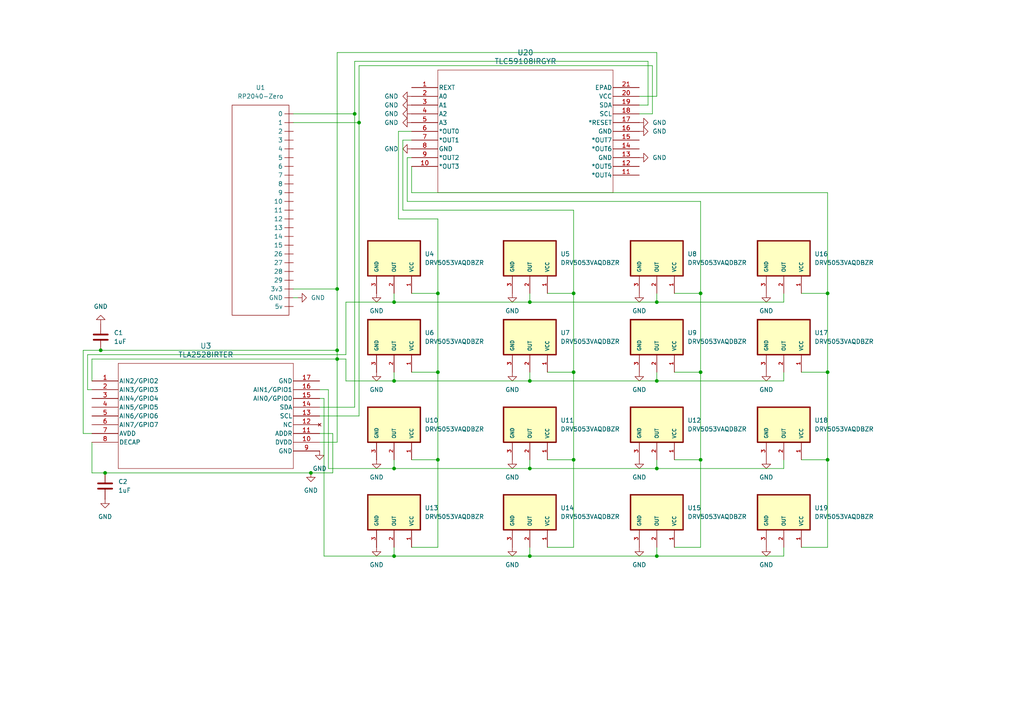
<source format=kicad_sch>
(kicad_sch
	(version 20231120)
	(generator "eeschema")
	(generator_version "8.0")
	(uuid "1bb90a40-7122-4522-9655-ffb2519dec46")
	(paper "A4")
	(lib_symbols
		(symbol "2025-10-19_23-33-50:TLA2528IRTER"
			(pin_names
				(offset 0.254)
			)
			(exclude_from_sim no)
			(in_bom yes)
			(on_board yes)
			(property "Reference" "U"
				(at 33.02 10.16 0)
				(effects
					(font
						(size 1.524 1.524)
					)
				)
			)
			(property "Value" "TLA2528IRTER"
				(at 33.02 7.62 0)
				(effects
					(font
						(size 1.524 1.524)
					)
				)
			)
			(property "Footprint" "WQFN16_RTE_TEX"
				(at 0 0 0)
				(effects
					(font
						(size 1.27 1.27)
						(italic yes)
					)
					(hide yes)
				)
			)
			(property "Datasheet" "https://www.ti.com/lit/gpn/tla2528"
				(at 0 0 0)
				(effects
					(font
						(size 1.27 1.27)
						(italic yes)
					)
					(hide yes)
				)
			)
			(property "Description" ""
				(at 0 0 0)
				(effects
					(font
						(size 1.27 1.27)
					)
					(hide yes)
				)
			)
			(property "ki_locked" ""
				(at 0 0 0)
				(effects
					(font
						(size 1.27 1.27)
					)
				)
			)
			(property "ki_keywords" "TLA2528IRTER"
				(at 0 0 0)
				(effects
					(font
						(size 1.27 1.27)
					)
					(hide yes)
				)
			)
			(property "ki_fp_filters" "WQFN16_RTE_TEX WQFN16_RTE_TEX-M WQFN16_RTE_TEX-L"
				(at 0 0 0)
				(effects
					(font
						(size 1.27 1.27)
					)
					(hide yes)
				)
			)
			(symbol "TLA2528IRTER_0_1"
				(polyline
					(pts
						(xy 7.62 -25.4) (xy 58.42 -25.4)
					)
					(stroke
						(width 0.127)
						(type default)
					)
					(fill
						(type none)
					)
				)
				(polyline
					(pts
						(xy 7.62 5.08) (xy 7.62 -25.4)
					)
					(stroke
						(width 0.127)
						(type default)
					)
					(fill
						(type none)
					)
				)
				(polyline
					(pts
						(xy 58.42 -25.4) (xy 58.42 5.08)
					)
					(stroke
						(width 0.127)
						(type default)
					)
					(fill
						(type none)
					)
				)
				(polyline
					(pts
						(xy 58.42 5.08) (xy 7.62 5.08)
					)
					(stroke
						(width 0.127)
						(type default)
					)
					(fill
						(type none)
					)
				)
				(pin bidirectional line
					(at 0 0 0)
					(length 7.62)
					(name "AIN2/GPIO2"
						(effects
							(font
								(size 1.27 1.27)
							)
						)
					)
					(number "1"
						(effects
							(font
								(size 1.27 1.27)
							)
						)
					)
				)
				(pin power_in line
					(at 66.04 -17.78 180)
					(length 7.62)
					(name "DVDD"
						(effects
							(font
								(size 1.27 1.27)
							)
						)
					)
					(number "10"
						(effects
							(font
								(size 1.27 1.27)
							)
						)
					)
				)
				(pin input line
					(at 66.04 -15.24 180)
					(length 7.62)
					(name "ADDR"
						(effects
							(font
								(size 1.27 1.27)
							)
						)
					)
					(number "11"
						(effects
							(font
								(size 1.27 1.27)
							)
						)
					)
				)
				(pin no_connect line
					(at 66.04 -12.7 180)
					(length 7.62)
					(name "NC"
						(effects
							(font
								(size 1.27 1.27)
							)
						)
					)
					(number "12"
						(effects
							(font
								(size 1.27 1.27)
							)
						)
					)
				)
				(pin input line
					(at 66.04 -10.16 180)
					(length 7.62)
					(name "SCL"
						(effects
							(font
								(size 1.27 1.27)
							)
						)
					)
					(number "13"
						(effects
							(font
								(size 1.27 1.27)
							)
						)
					)
				)
				(pin bidirectional line
					(at 66.04 -7.62 180)
					(length 7.62)
					(name "SDA"
						(effects
							(font
								(size 1.27 1.27)
							)
						)
					)
					(number "14"
						(effects
							(font
								(size 1.27 1.27)
							)
						)
					)
				)
				(pin bidirectional line
					(at 66.04 -5.08 180)
					(length 7.62)
					(name "AIN0/GPIO0"
						(effects
							(font
								(size 1.27 1.27)
							)
						)
					)
					(number "15"
						(effects
							(font
								(size 1.27 1.27)
							)
						)
					)
				)
				(pin bidirectional line
					(at 66.04 -2.54 180)
					(length 7.62)
					(name "AIN1/GPIO1"
						(effects
							(font
								(size 1.27 1.27)
							)
						)
					)
					(number "16"
						(effects
							(font
								(size 1.27 1.27)
							)
						)
					)
				)
				(pin power_out line
					(at 66.04 0 180)
					(length 7.62)
					(name "GND"
						(effects
							(font
								(size 1.27 1.27)
							)
						)
					)
					(number "17"
						(effects
							(font
								(size 1.27 1.27)
							)
						)
					)
				)
				(pin bidirectional line
					(at 0 -2.54 0)
					(length 7.62)
					(name "AIN3/GPIO3"
						(effects
							(font
								(size 1.27 1.27)
							)
						)
					)
					(number "2"
						(effects
							(font
								(size 1.27 1.27)
							)
						)
					)
				)
				(pin bidirectional line
					(at 0 -5.08 0)
					(length 7.62)
					(name "AIN4/GPIO4"
						(effects
							(font
								(size 1.27 1.27)
							)
						)
					)
					(number "3"
						(effects
							(font
								(size 1.27 1.27)
							)
						)
					)
				)
				(pin bidirectional line
					(at 0 -7.62 0)
					(length 7.62)
					(name "AIN5/GPIO5"
						(effects
							(font
								(size 1.27 1.27)
							)
						)
					)
					(number "4"
						(effects
							(font
								(size 1.27 1.27)
							)
						)
					)
				)
				(pin bidirectional line
					(at 0 -10.16 0)
					(length 7.62)
					(name "AIN6/GPIO6"
						(effects
							(font
								(size 1.27 1.27)
							)
						)
					)
					(number "5"
						(effects
							(font
								(size 1.27 1.27)
							)
						)
					)
				)
				(pin bidirectional line
					(at 0 -12.7 0)
					(length 7.62)
					(name "AIN7/GPIO7"
						(effects
							(font
								(size 1.27 1.27)
							)
						)
					)
					(number "6"
						(effects
							(font
								(size 1.27 1.27)
							)
						)
					)
				)
				(pin power_in line
					(at 0 -15.24 0)
					(length 7.62)
					(name "AVDD"
						(effects
							(font
								(size 1.27 1.27)
							)
						)
					)
					(number "7"
						(effects
							(font
								(size 1.27 1.27)
							)
						)
					)
				)
				(pin power_in line
					(at 0 -17.78 0)
					(length 7.62)
					(name "DECAP"
						(effects
							(font
								(size 1.27 1.27)
							)
						)
					)
					(number "8"
						(effects
							(font
								(size 1.27 1.27)
							)
						)
					)
				)
				(pin power_out line
					(at 66.04 -20.32 180)
					(length 7.62)
					(name "GND"
						(effects
							(font
								(size 1.27 1.27)
							)
						)
					)
					(number "9"
						(effects
							(font
								(size 1.27 1.27)
							)
						)
					)
				)
			)
		)
		(symbol "Andrews-symbols:RP2040-Zero"
			(pin_numbers hide)
			(exclude_from_sim no)
			(in_bom yes)
			(on_board yes)
			(property "Reference" "U"
				(at 0 0 0)
				(effects
					(font
						(size 1.27 1.27)
					)
				)
			)
			(property "Value" "RP2040-Zero"
				(at 0 -2.54 0)
				(effects
					(font
						(size 1.27 1.27)
					)
				)
			)
			(property "Footprint" ""
				(at 0 0 0)
				(effects
					(font
						(size 1.27 1.27)
					)
					(hide yes)
				)
			)
			(property "Datasheet" ""
				(at 0 0 0)
				(effects
					(font
						(size 1.27 1.27)
					)
					(hide yes)
				)
			)
			(property "Description" ""
				(at 0 0 0)
				(effects
					(font
						(size 1.27 1.27)
					)
					(hide yes)
				)
			)
			(symbol "RP2040-Zero_0_1"
				(rectangle
					(start -7.62 6.35)
					(end 8.89 -54.61)
					(stroke
						(width 0)
						(type default)
					)
					(fill
						(type none)
					)
				)
			)
			(symbol "RP2040-Zero_1_1"
				(pin bidirectional line
					(at 10.16 3.81 180)
					(length 2.54)
					(name "0"
						(effects
							(font
								(size 1.27 1.27)
							)
						)
					)
					(number "0"
						(effects
							(font
								(size 1.27 1.27)
							)
						)
					)
				)
				(pin bidirectional line
					(at 10.16 1.27 180)
					(length 2.54)
					(name "1"
						(effects
							(font
								(size 1.27 1.27)
							)
						)
					)
					(number "1"
						(effects
							(font
								(size 1.27 1.27)
							)
						)
					)
				)
				(pin bidirectional line
					(at 10.16 -21.59 180)
					(length 2.54)
					(name "10"
						(effects
							(font
								(size 1.27 1.27)
							)
						)
					)
					(number "10"
						(effects
							(font
								(size 1.27 1.27)
							)
						)
					)
				)
				(pin bidirectional line
					(at 10.16 -24.13 180)
					(length 2.54)
					(name "11"
						(effects
							(font
								(size 1.27 1.27)
							)
						)
					)
					(number "11"
						(effects
							(font
								(size 1.27 1.27)
							)
						)
					)
				)
				(pin bidirectional line
					(at 10.16 -26.67 180)
					(length 2.54)
					(name "12"
						(effects
							(font
								(size 1.27 1.27)
							)
						)
					)
					(number "12"
						(effects
							(font
								(size 1.27 1.27)
							)
						)
					)
				)
				(pin bidirectional line
					(at 10.16 -29.21 180)
					(length 2.54)
					(name "13"
						(effects
							(font
								(size 1.27 1.27)
							)
						)
					)
					(number "13"
						(effects
							(font
								(size 1.27 1.27)
							)
						)
					)
				)
				(pin bidirectional line
					(at 10.16 -31.75 180)
					(length 2.54)
					(name "14"
						(effects
							(font
								(size 1.27 1.27)
							)
						)
					)
					(number "14"
						(effects
							(font
								(size 1.27 1.27)
							)
						)
					)
				)
				(pin bidirectional line
					(at 10.16 -34.29 180)
					(length 2.54)
					(name "15"
						(effects
							(font
								(size 1.27 1.27)
							)
						)
					)
					(number "15"
						(effects
							(font
								(size 1.27 1.27)
							)
						)
					)
				)
				(pin bidirectional line
					(at 10.16 -1.27 180)
					(length 2.54)
					(name "2"
						(effects
							(font
								(size 1.27 1.27)
							)
						)
					)
					(number "2"
						(effects
							(font
								(size 1.27 1.27)
							)
						)
					)
				)
				(pin bidirectional line
					(at 10.16 -36.83 180)
					(length 2.54)
					(name "26"
						(effects
							(font
								(size 1.27 1.27)
							)
						)
					)
					(number "26"
						(effects
							(font
								(size 1.27 1.27)
							)
						)
					)
				)
				(pin bidirectional line
					(at 10.16 -39.37 180)
					(length 2.54)
					(name "27"
						(effects
							(font
								(size 1.27 1.27)
							)
						)
					)
					(number "27"
						(effects
							(font
								(size 1.27 1.27)
							)
						)
					)
				)
				(pin bidirectional line
					(at 10.16 -41.91 180)
					(length 2.54)
					(name "28"
						(effects
							(font
								(size 1.27 1.27)
							)
						)
					)
					(number "28"
						(effects
							(font
								(size 1.27 1.27)
							)
						)
					)
				)
				(pin bidirectional line
					(at 10.16 -44.45 180)
					(length 2.54)
					(name "29"
						(effects
							(font
								(size 1.27 1.27)
							)
						)
					)
					(number "29"
						(effects
							(font
								(size 1.27 1.27)
							)
						)
					)
				)
				(pin bidirectional line
					(at 10.16 -3.81 180)
					(length 2.54)
					(name "3"
						(effects
							(font
								(size 1.27 1.27)
							)
						)
					)
					(number "3"
						(effects
							(font
								(size 1.27 1.27)
							)
						)
					)
				)
				(pin bidirectional line
					(at 10.16 -46.99 180)
					(length 2.54)
					(name "3v3"
						(effects
							(font
								(size 1.27 1.27)
							)
						)
					)
					(number "3v3"
						(effects
							(font
								(size 1.27 1.27)
							)
						)
					)
				)
				(pin bidirectional line
					(at 10.16 -6.35 180)
					(length 2.54)
					(name "4"
						(effects
							(font
								(size 1.27 1.27)
							)
						)
					)
					(number "4"
						(effects
							(font
								(size 1.27 1.27)
							)
						)
					)
				)
				(pin bidirectional line
					(at 10.16 -8.89 180)
					(length 2.54)
					(name "5"
						(effects
							(font
								(size 1.27 1.27)
							)
						)
					)
					(number "5"
						(effects
							(font
								(size 1.27 1.27)
							)
						)
					)
				)
				(pin bidirectional line
					(at 10.16 -52.07 180)
					(length 2.54)
					(name "5v"
						(effects
							(font
								(size 1.27 1.27)
							)
						)
					)
					(number "5v"
						(effects
							(font
								(size 1.27 1.27)
							)
						)
					)
				)
				(pin bidirectional line
					(at 10.16 -11.43 180)
					(length 2.54)
					(name "6"
						(effects
							(font
								(size 1.27 1.27)
							)
						)
					)
					(number "6"
						(effects
							(font
								(size 1.27 1.27)
							)
						)
					)
				)
				(pin bidirectional line
					(at 10.16 -13.97 180)
					(length 2.54)
					(name "7"
						(effects
							(font
								(size 1.27 1.27)
							)
						)
					)
					(number "7"
						(effects
							(font
								(size 1.27 1.27)
							)
						)
					)
				)
				(pin bidirectional line
					(at 10.16 -16.51 180)
					(length 2.54)
					(name "8"
						(effects
							(font
								(size 1.27 1.27)
							)
						)
					)
					(number "8"
						(effects
							(font
								(size 1.27 1.27)
							)
						)
					)
				)
				(pin bidirectional line
					(at 10.16 -19.05 180)
					(length 2.54)
					(name "9"
						(effects
							(font
								(size 1.27 1.27)
							)
						)
					)
					(number "9"
						(effects
							(font
								(size 1.27 1.27)
							)
						)
					)
				)
				(pin bidirectional line
					(at 10.16 -49.53 180)
					(length 2.54)
					(name "GND"
						(effects
							(font
								(size 1.27 1.27)
							)
						)
					)
					(number "GND"
						(effects
							(font
								(size 1.27 1.27)
							)
						)
					)
				)
			)
		)
		(symbol "DRV5053VAQDBZR:DRV5053VAQDBZR"
			(pin_names
				(offset 1.016)
			)
			(exclude_from_sim no)
			(in_bom yes)
			(on_board yes)
			(property "Reference" "U"
				(at -5.1159 8.6396 0)
				(effects
					(font
						(size 1.27 1.27)
					)
					(justify left bottom)
				)
			)
			(property "Value" "DRV5053VAQDBZR"
				(at -5.1217 -11.6472 0)
				(effects
					(font
						(size 1.27 1.27)
					)
					(justify left bottom)
				)
			)
			(property "Footprint" "DRV5053VAQDBZR:SOT95P237X112-3N"
				(at 0 0 0)
				(effects
					(font
						(size 1.27 1.27)
					)
					(justify bottom)
					(hide yes)
				)
			)
			(property "Datasheet" ""
				(at 0 0 0)
				(effects
					(font
						(size 1.27 1.27)
					)
					(hide yes)
				)
			)
			(property "Description" "High voltage (up to 38V), linear hall effect sensor 3-SOT-23 -40 to 125"
				(at 0 0 0)
				(effects
					(font
						(size 1.27 1.27)
					)
					(justify bottom)
					(hide yes)
				)
			)
			(property "MF" "Texas Instruments"
				(at 0 0 0)
				(effects
					(font
						(size 1.27 1.27)
					)
					(justify bottom)
					(hide yes)
				)
			)
			(property "MOUSER-PURCHASE-URL" "https://snapeda.com/shop?store=Mouser&id=312668"
				(at 0 0 0)
				(effects
					(font
						(size 1.27 1.27)
					)
					(justify bottom)
					(hide yes)
				)
			)
			(property "PACKAGE" "SOT-23-3 Texas Instruments"
				(at 0 0 0)
				(effects
					(font
						(size 1.27 1.27)
					)
					(justify bottom)
					(hide yes)
				)
			)
			(property "MP" "DRV5053PAQDBZR"
				(at 0 0 0)
				(effects
					(font
						(size 1.27 1.27)
					)
					(justify bottom)
					(hide yes)
				)
			)
			(property "TEXAS_INSTRUMENTS-PURCHASE-URL" "https://snapeda.com/shop?store=Texas+Instruments&id=312668"
				(at 0 0 0)
				(effects
					(font
						(size 1.27 1.27)
					)
					(justify bottom)
					(hide yes)
				)
			)
			(property "DIGI-KEY_PART_NUMBER" "296-38458-1-ND"
				(at 0 0 0)
				(effects
					(font
						(size 1.27 1.27)
					)
					(justify bottom)
					(hide yes)
				)
			)
			(property "DIGIKEY-PURCHASE-URL" "https://snapeda.com/shop?store=DigiKey&id=312668"
				(at 0 0 0)
				(effects
					(font
						(size 1.27 1.27)
					)
					(justify bottom)
					(hide yes)
				)
			)
			(symbol "DRV5053VAQDBZR_0_0"
				(rectangle
					(start -5.08 -7.62)
					(end 5.08 7.62)
					(stroke
						(width 0.41)
						(type default)
					)
					(fill
						(type background)
					)
				)
				(pin power_in line
					(at 10.16 5.08 180)
					(length 5.08)
					(name "VCC"
						(effects
							(font
								(size 1.016 1.016)
							)
						)
					)
					(number "1"
						(effects
							(font
								(size 1.016 1.016)
							)
						)
					)
				)
				(pin output line
					(at 10.16 0 180)
					(length 5.08)
					(name "OUT"
						(effects
							(font
								(size 1.016 1.016)
							)
						)
					)
					(number "2"
						(effects
							(font
								(size 1.016 1.016)
							)
						)
					)
				)
				(pin power_in line
					(at 10.16 -5.08 180)
					(length 5.08)
					(name "GND"
						(effects
							(font
								(size 1.016 1.016)
							)
						)
					)
					(number "3"
						(effects
							(font
								(size 1.016 1.016)
							)
						)
					)
				)
			)
		)
		(symbol "Device:C"
			(pin_numbers hide)
			(pin_names
				(offset 0.254)
			)
			(exclude_from_sim no)
			(in_bom yes)
			(on_board yes)
			(property "Reference" "C"
				(at 0.635 2.54 0)
				(effects
					(font
						(size 1.27 1.27)
					)
					(justify left)
				)
			)
			(property "Value" "C"
				(at 0.635 -2.54 0)
				(effects
					(font
						(size 1.27 1.27)
					)
					(justify left)
				)
			)
			(property "Footprint" ""
				(at 0.9652 -3.81 0)
				(effects
					(font
						(size 1.27 1.27)
					)
					(hide yes)
				)
			)
			(property "Datasheet" "~"
				(at 0 0 0)
				(effects
					(font
						(size 1.27 1.27)
					)
					(hide yes)
				)
			)
			(property "Description" "Unpolarized capacitor"
				(at 0 0 0)
				(effects
					(font
						(size 1.27 1.27)
					)
					(hide yes)
				)
			)
			(property "ki_keywords" "cap capacitor"
				(at 0 0 0)
				(effects
					(font
						(size 1.27 1.27)
					)
					(hide yes)
				)
			)
			(property "ki_fp_filters" "C_*"
				(at 0 0 0)
				(effects
					(font
						(size 1.27 1.27)
					)
					(hide yes)
				)
			)
			(symbol "C_0_1"
				(polyline
					(pts
						(xy -2.032 -0.762) (xy 2.032 -0.762)
					)
					(stroke
						(width 0.508)
						(type default)
					)
					(fill
						(type none)
					)
				)
				(polyline
					(pts
						(xy -2.032 0.762) (xy 2.032 0.762)
					)
					(stroke
						(width 0.508)
						(type default)
					)
					(fill
						(type none)
					)
				)
			)
			(symbol "C_1_1"
				(pin passive line
					(at 0 3.81 270)
					(length 2.794)
					(name "~"
						(effects
							(font
								(size 1.27 1.27)
							)
						)
					)
					(number "1"
						(effects
							(font
								(size 1.27 1.27)
							)
						)
					)
				)
				(pin passive line
					(at 0 -3.81 90)
					(length 2.794)
					(name "~"
						(effects
							(font
								(size 1.27 1.27)
							)
						)
					)
					(number "2"
						(effects
							(font
								(size 1.27 1.27)
							)
						)
					)
				)
			)
		)
		(symbol "TLC59108real:TLC59108IRGYR"
			(pin_names
				(offset 0.254)
			)
			(exclude_from_sim no)
			(in_bom yes)
			(on_board yes)
			(property "Reference" "U"
				(at 33.02 10.16 0)
				(effects
					(font
						(size 1.524 1.524)
					)
				)
			)
			(property "Value" "TLC59108IRGYR"
				(at 33.02 7.62 0)
				(effects
					(font
						(size 1.524 1.524)
					)
				)
			)
			(property "Footprint" "RGY20_3P05X2P05"
				(at 0 0 0)
				(effects
					(font
						(size 1.27 1.27)
						(italic yes)
					)
					(hide yes)
				)
			)
			(property "Datasheet" "https://www.ti.com/lit/gpn/tlc59108"
				(at 0 0 0)
				(effects
					(font
						(size 1.27 1.27)
						(italic yes)
					)
					(hide yes)
				)
			)
			(property "Description" ""
				(at 0 0 0)
				(effects
					(font
						(size 1.27 1.27)
					)
					(hide yes)
				)
			)
			(property "ki_locked" ""
				(at 0 0 0)
				(effects
					(font
						(size 1.27 1.27)
					)
				)
			)
			(property "ki_keywords" "TLC59108IRGYR"
				(at 0 0 0)
				(effects
					(font
						(size 1.27 1.27)
					)
					(hide yes)
				)
			)
			(property "ki_fp_filters" "RGY20_3P05X2P05"
				(at 0 0 0)
				(effects
					(font
						(size 1.27 1.27)
					)
					(hide yes)
				)
			)
			(symbol "TLC59108IRGYR_0_1"
				(polyline
					(pts
						(xy 7.62 -30.48) (xy 58.42 -30.48)
					)
					(stroke
						(width 0.127)
						(type default)
					)
					(fill
						(type none)
					)
				)
				(polyline
					(pts
						(xy 7.62 5.08) (xy 7.62 -30.48)
					)
					(stroke
						(width 0.127)
						(type default)
					)
					(fill
						(type none)
					)
				)
				(polyline
					(pts
						(xy 58.42 -30.48) (xy 58.42 5.08)
					)
					(stroke
						(width 0.127)
						(type default)
					)
					(fill
						(type none)
					)
				)
				(polyline
					(pts
						(xy 58.42 5.08) (xy 7.62 5.08)
					)
					(stroke
						(width 0.127)
						(type default)
					)
					(fill
						(type none)
					)
				)
				(pin input line
					(at 0 0 0)
					(length 7.62)
					(name "REXT"
						(effects
							(font
								(size 1.27 1.27)
							)
						)
					)
					(number "1"
						(effects
							(font
								(size 1.27 1.27)
							)
						)
					)
				)
				(pin output line
					(at 0 -22.86 0)
					(length 7.62)
					(name "*OUT3"
						(effects
							(font
								(size 1.27 1.27)
							)
						)
					)
					(number "10"
						(effects
							(font
								(size 1.27 1.27)
							)
						)
					)
				)
				(pin output line
					(at 66.04 -25.4 180)
					(length 7.62)
					(name "*OUT4"
						(effects
							(font
								(size 1.27 1.27)
							)
						)
					)
					(number "11"
						(effects
							(font
								(size 1.27 1.27)
							)
						)
					)
				)
				(pin output line
					(at 66.04 -22.86 180)
					(length 7.62)
					(name "*OUT5"
						(effects
							(font
								(size 1.27 1.27)
							)
						)
					)
					(number "12"
						(effects
							(font
								(size 1.27 1.27)
							)
						)
					)
				)
				(pin power_in line
					(at 66.04 -20.32 180)
					(length 7.62)
					(name "GND"
						(effects
							(font
								(size 1.27 1.27)
							)
						)
					)
					(number "13"
						(effects
							(font
								(size 1.27 1.27)
							)
						)
					)
				)
				(pin output line
					(at 66.04 -17.78 180)
					(length 7.62)
					(name "*OUT6"
						(effects
							(font
								(size 1.27 1.27)
							)
						)
					)
					(number "14"
						(effects
							(font
								(size 1.27 1.27)
							)
						)
					)
				)
				(pin output line
					(at 66.04 -15.24 180)
					(length 7.62)
					(name "*OUT7"
						(effects
							(font
								(size 1.27 1.27)
							)
						)
					)
					(number "15"
						(effects
							(font
								(size 1.27 1.27)
							)
						)
					)
				)
				(pin power_in line
					(at 66.04 -12.7 180)
					(length 7.62)
					(name "GND"
						(effects
							(font
								(size 1.27 1.27)
							)
						)
					)
					(number "16"
						(effects
							(font
								(size 1.27 1.27)
							)
						)
					)
				)
				(pin input line
					(at 66.04 -10.16 180)
					(length 7.62)
					(name "*RESET"
						(effects
							(font
								(size 1.27 1.27)
							)
						)
					)
					(number "17"
						(effects
							(font
								(size 1.27 1.27)
							)
						)
					)
				)
				(pin input line
					(at 66.04 -7.62 180)
					(length 7.62)
					(name "SCL"
						(effects
							(font
								(size 1.27 1.27)
							)
						)
					)
					(number "18"
						(effects
							(font
								(size 1.27 1.27)
							)
						)
					)
				)
				(pin bidirectional line
					(at 66.04 -5.08 180)
					(length 7.62)
					(name "SDA"
						(effects
							(font
								(size 1.27 1.27)
							)
						)
					)
					(number "19"
						(effects
							(font
								(size 1.27 1.27)
							)
						)
					)
				)
				(pin input line
					(at 0 -2.54 0)
					(length 7.62)
					(name "A0"
						(effects
							(font
								(size 1.27 1.27)
							)
						)
					)
					(number "2"
						(effects
							(font
								(size 1.27 1.27)
							)
						)
					)
				)
				(pin power_in line
					(at 66.04 -2.54 180)
					(length 7.62)
					(name "VCC"
						(effects
							(font
								(size 1.27 1.27)
							)
						)
					)
					(number "20"
						(effects
							(font
								(size 1.27 1.27)
							)
						)
					)
				)
				(pin unspecified line
					(at 66.04 0 180)
					(length 7.62)
					(name "EPAD"
						(effects
							(font
								(size 1.27 1.27)
							)
						)
					)
					(number "21"
						(effects
							(font
								(size 1.27 1.27)
							)
						)
					)
				)
				(pin input line
					(at 0 -5.08 0)
					(length 7.62)
					(name "A1"
						(effects
							(font
								(size 1.27 1.27)
							)
						)
					)
					(number "3"
						(effects
							(font
								(size 1.27 1.27)
							)
						)
					)
				)
				(pin input line
					(at 0 -7.62 0)
					(length 7.62)
					(name "A2"
						(effects
							(font
								(size 1.27 1.27)
							)
						)
					)
					(number "4"
						(effects
							(font
								(size 1.27 1.27)
							)
						)
					)
				)
				(pin input line
					(at 0 -10.16 0)
					(length 7.62)
					(name "A3"
						(effects
							(font
								(size 1.27 1.27)
							)
						)
					)
					(number "5"
						(effects
							(font
								(size 1.27 1.27)
							)
						)
					)
				)
				(pin output line
					(at 0 -12.7 0)
					(length 7.62)
					(name "*OUT0"
						(effects
							(font
								(size 1.27 1.27)
							)
						)
					)
					(number "6"
						(effects
							(font
								(size 1.27 1.27)
							)
						)
					)
				)
				(pin output line
					(at 0 -15.24 0)
					(length 7.62)
					(name "*OUT1"
						(effects
							(font
								(size 1.27 1.27)
							)
						)
					)
					(number "7"
						(effects
							(font
								(size 1.27 1.27)
							)
						)
					)
				)
				(pin power_in line
					(at 0 -17.78 0)
					(length 7.62)
					(name "GND"
						(effects
							(font
								(size 1.27 1.27)
							)
						)
					)
					(number "8"
						(effects
							(font
								(size 1.27 1.27)
							)
						)
					)
				)
				(pin output line
					(at 0 -20.32 0)
					(length 7.62)
					(name "*OUT2"
						(effects
							(font
								(size 1.27 1.27)
							)
						)
					)
					(number "9"
						(effects
							(font
								(size 1.27 1.27)
							)
						)
					)
				)
			)
		)
		(symbol "power:GND"
			(power)
			(pin_numbers hide)
			(pin_names
				(offset 0) hide)
			(exclude_from_sim no)
			(in_bom yes)
			(on_board yes)
			(property "Reference" "#PWR"
				(at 0 -6.35 0)
				(effects
					(font
						(size 1.27 1.27)
					)
					(hide yes)
				)
			)
			(property "Value" "GND"
				(at 0 -3.81 0)
				(effects
					(font
						(size 1.27 1.27)
					)
				)
			)
			(property "Footprint" ""
				(at 0 0 0)
				(effects
					(font
						(size 1.27 1.27)
					)
					(hide yes)
				)
			)
			(property "Datasheet" ""
				(at 0 0 0)
				(effects
					(font
						(size 1.27 1.27)
					)
					(hide yes)
				)
			)
			(property "Description" "Power symbol creates a global label with name \"GND\" , ground"
				(at 0 0 0)
				(effects
					(font
						(size 1.27 1.27)
					)
					(hide yes)
				)
			)
			(property "ki_keywords" "global power"
				(at 0 0 0)
				(effects
					(font
						(size 1.27 1.27)
					)
					(hide yes)
				)
			)
			(symbol "GND_0_1"
				(polyline
					(pts
						(xy 0 0) (xy 0 -1.27) (xy 1.27 -1.27) (xy 0 -2.54) (xy -1.27 -1.27) (xy 0 -1.27)
					)
					(stroke
						(width 0)
						(type default)
					)
					(fill
						(type none)
					)
				)
			)
			(symbol "GND_1_1"
				(pin power_in line
					(at 0 0 270)
					(length 0)
					(name "~"
						(effects
							(font
								(size 1.27 1.27)
							)
						)
					)
					(number "1"
						(effects
							(font
								(size 1.27 1.27)
							)
						)
					)
				)
			)
		)
	)
	(junction
		(at 30.48 137.16)
		(diameter 0)
		(color 0 0 0 0)
		(uuid "002c2f7a-f1fb-4619-88f7-71f897072789")
	)
	(junction
		(at 90.17 137.16)
		(diameter 0)
		(color 0 0 0 0)
		(uuid "10c82429-5439-43d9-953a-5dcbaf68d7c9")
	)
	(junction
		(at 190.5 87.63)
		(diameter 0)
		(color 0 0 0 0)
		(uuid "11e001bb-f3c7-4c23-9e2b-9e4f6cc24c53")
	)
	(junction
		(at 114.3 87.63)
		(diameter 0)
		(color 0 0 0 0)
		(uuid "2a4ad26c-64d0-46e7-b71b-20ec8e201537")
	)
	(junction
		(at 114.3 161.29)
		(diameter 0)
		(color 0 0 0 0)
		(uuid "3919676e-3627-470a-8ab7-4f2f9b2cf8a6")
	)
	(junction
		(at 190.5 161.29)
		(diameter 0)
		(color 0 0 0 0)
		(uuid "4842110e-24a6-45d7-a36c-ade5552811eb")
	)
	(junction
		(at 127 85.09)
		(diameter 0)
		(color 0 0 0 0)
		(uuid "5433f223-be00-4d6a-96dc-8f319bf2fc30")
	)
	(junction
		(at 203.2 133.35)
		(diameter 0)
		(color 0 0 0 0)
		(uuid "576de3cc-0038-4806-aaad-4954ff0d4c7e")
	)
	(junction
		(at 166.37 85.09)
		(diameter 0)
		(color 0 0 0 0)
		(uuid "5ab0353f-fefb-4ab3-9102-bec88a41e61d")
	)
	(junction
		(at 190.5 135.89)
		(diameter 0)
		(color 0 0 0 0)
		(uuid "68d8b610-a72d-4957-a97c-3563dc9ef6bf")
	)
	(junction
		(at 153.67 135.89)
		(diameter 0)
		(color 0 0 0 0)
		(uuid "797f7de2-46ed-42fd-9711-de9a3642f219")
	)
	(junction
		(at 240.03 107.95)
		(diameter 0)
		(color 0 0 0 0)
		(uuid "80e5150e-2247-43db-a74b-6f278f1bd955")
	)
	(junction
		(at 97.79 101.6)
		(diameter 0)
		(color 0 0 0 0)
		(uuid "82d9cf4c-e0fb-466a-af6f-6bb466c3bec0")
	)
	(junction
		(at 240.03 85.09)
		(diameter 0)
		(color 0 0 0 0)
		(uuid "838608e6-d74c-44a2-a06c-8fe2d5ff1a79")
	)
	(junction
		(at 240.03 133.35)
		(diameter 0)
		(color 0 0 0 0)
		(uuid "849881b3-2417-4e70-8e19-9bc4d835c402")
	)
	(junction
		(at 114.3 135.89)
		(diameter 0)
		(color 0 0 0 0)
		(uuid "9eb11fc1-c215-412f-84f3-564854f0d63a")
	)
	(junction
		(at 102.87 33.02)
		(diameter 0)
		(color 0 0 0 0)
		(uuid "a946d5f3-595e-4ddc-a3a8-ab31c6145374")
	)
	(junction
		(at 127 107.95)
		(diameter 0)
		(color 0 0 0 0)
		(uuid "af884e4c-73ad-4df8-bfd1-99aa274f907d")
	)
	(junction
		(at 190.5 110.49)
		(diameter 0)
		(color 0 0 0 0)
		(uuid "b46db0df-c1c1-44db-9852-ad715173973a")
	)
	(junction
		(at 153.67 87.63)
		(diameter 0)
		(color 0 0 0 0)
		(uuid "b7737077-5a17-4cab-b766-35b279e6a4f4")
	)
	(junction
		(at 29.21 101.6)
		(diameter 0)
		(color 0 0 0 0)
		(uuid "bddbd5aa-ca6d-4c05-815c-797886143e7a")
	)
	(junction
		(at 104.14 35.56)
		(diameter 0)
		(color 0 0 0 0)
		(uuid "bde9e426-45a5-43dc-92c2-41757ed9a1d5")
	)
	(junction
		(at 127 133.35)
		(diameter 0)
		(color 0 0 0 0)
		(uuid "c71b0f84-06f5-4b1c-b907-79b2d271cd67")
	)
	(junction
		(at 153.67 110.49)
		(diameter 0)
		(color 0 0 0 0)
		(uuid "c853a955-ddc1-4a6e-840b-635cdf990969")
	)
	(junction
		(at 97.79 104.14)
		(diameter 0)
		(color 0 0 0 0)
		(uuid "caeb9191-82b7-44ce-b939-b933c6125cbf")
	)
	(junction
		(at 97.79 83.82)
		(diameter 0)
		(color 0 0 0 0)
		(uuid "cb9efef1-9dce-4ceb-8f6a-27118c80f097")
	)
	(junction
		(at 114.3 110.49)
		(diameter 0)
		(color 0 0 0 0)
		(uuid "d21929f2-299e-48b8-af5c-f1c71c9121f6")
	)
	(junction
		(at 166.37 107.95)
		(diameter 0)
		(color 0 0 0 0)
		(uuid "d2f34c9a-0c90-4160-970e-bb09c76c066e")
	)
	(junction
		(at 203.2 107.95)
		(diameter 0)
		(color 0 0 0 0)
		(uuid "dc1965a6-e08c-42ea-808d-e49adb1d6812")
	)
	(junction
		(at 153.67 161.29)
		(diameter 0)
		(color 0 0 0 0)
		(uuid "de89c01a-f028-4bf6-b155-ec2bc2d61dba")
	)
	(junction
		(at 166.37 133.35)
		(diameter 0)
		(color 0 0 0 0)
		(uuid "eaaf3e4e-c44b-4e65-88f9-d3c8ec842bd4")
	)
	(junction
		(at 203.2 85.09)
		(diameter 0)
		(color 0 0 0 0)
		(uuid "eea21cc5-95be-400b-b758-0b429ad17ca0")
	)
	(wire
		(pts
			(xy 96.52 137.16) (xy 96.52 125.73)
		)
		(stroke
			(width 0)
			(type default)
		)
		(uuid "0247c9e6-32d3-4fd1-a024-ab63edfce44a")
	)
	(wire
		(pts
			(xy 85.09 86.36) (xy 86.36 86.36)
		)
		(stroke
			(width 0)
			(type default)
		)
		(uuid "0279147a-0c63-4377-ac17-ef33cf5b965f")
	)
	(wire
		(pts
			(xy 240.03 85.09) (xy 232.41 85.09)
		)
		(stroke
			(width 0)
			(type default)
		)
		(uuid "04f73e32-add1-48cc-abb2-4c52870cfc57")
	)
	(wire
		(pts
			(xy 166.37 107.95) (xy 166.37 133.35)
		)
		(stroke
			(width 0)
			(type default)
		)
		(uuid "05b398b2-a7d2-4427-8262-4a35a682d28f")
	)
	(wire
		(pts
			(xy 93.98 115.57) (xy 93.98 161.29)
		)
		(stroke
			(width 0)
			(type default)
		)
		(uuid "094a6f20-05c5-4d8c-81fc-49c163cf745e")
	)
	(wire
		(pts
			(xy 203.2 158.75) (xy 195.58 158.75)
		)
		(stroke
			(width 0)
			(type default)
		)
		(uuid "125847c7-0de8-439a-a077-a3ffda89519e")
	)
	(wire
		(pts
			(xy 166.37 107.95) (xy 158.75 107.95)
		)
		(stroke
			(width 0)
			(type default)
		)
		(uuid "129f632b-5312-4c26-8591-6a5814d8e30a")
	)
	(wire
		(pts
			(xy 97.79 15.24) (xy 97.79 83.82)
		)
		(stroke
			(width 0)
			(type default)
		)
		(uuid "12e7732d-7236-40e9-b57e-f750b79ee8be")
	)
	(wire
		(pts
			(xy 102.87 33.02) (xy 102.87 118.11)
		)
		(stroke
			(width 0)
			(type default)
		)
		(uuid "15b25be4-cf71-495b-bd95-1c9f015bfde7")
	)
	(wire
		(pts
			(xy 166.37 133.35) (xy 158.75 133.35)
		)
		(stroke
			(width 0)
			(type default)
		)
		(uuid "192c984c-0ca8-40d2-9179-f2db96cc5962")
	)
	(wire
		(pts
			(xy 102.87 33.02) (xy 102.87 17.78)
		)
		(stroke
			(width 0)
			(type default)
		)
		(uuid "1ab89119-507f-40d0-ac5a-517bc1325a92")
	)
	(wire
		(pts
			(xy 104.14 35.56) (xy 104.14 120.65)
		)
		(stroke
			(width 0)
			(type default)
		)
		(uuid "1bb176be-4ef4-40d6-af13-0c8103d7f2a1")
	)
	(wire
		(pts
			(xy 92.71 113.03) (xy 95.25 113.03)
		)
		(stroke
			(width 0)
			(type default)
		)
		(uuid "1bc5b69f-9896-4fd4-acca-3b44684adbb9")
	)
	(wire
		(pts
			(xy 114.3 158.75) (xy 114.3 161.29)
		)
		(stroke
			(width 0)
			(type default)
		)
		(uuid "1dd07a2a-1971-4c98-9d64-49c7b1f7acb3")
	)
	(wire
		(pts
			(xy 166.37 133.35) (xy 166.37 158.75)
		)
		(stroke
			(width 0)
			(type default)
		)
		(uuid "2148d13c-552c-4b7e-a862-5b7c5355d0d9")
	)
	(wire
		(pts
			(xy 166.37 85.09) (xy 158.75 85.09)
		)
		(stroke
			(width 0)
			(type default)
		)
		(uuid "226da5ee-bb5e-4f04-bbc8-73424fd57e37")
	)
	(wire
		(pts
			(xy 85.09 83.82) (xy 97.79 83.82)
		)
		(stroke
			(width 0)
			(type default)
		)
		(uuid "2834168a-12ea-4b44-b2af-1b152c0ca5e3")
	)
	(wire
		(pts
			(xy 119.38 85.09) (xy 127 85.09)
		)
		(stroke
			(width 0)
			(type default)
		)
		(uuid "2d393c41-f55b-4a46-9b43-56dcdf07591e")
	)
	(wire
		(pts
			(xy 203.2 85.09) (xy 203.2 107.95)
		)
		(stroke
			(width 0)
			(type default)
		)
		(uuid "2d456d01-623f-422d-8a0d-76212c5b2dc9")
	)
	(wire
		(pts
			(xy 100.33 87.63) (xy 114.3 87.63)
		)
		(stroke
			(width 0)
			(type default)
		)
		(uuid "2dac6b29-008e-428a-9d11-2669da86c6a8")
	)
	(wire
		(pts
			(xy 166.37 85.09) (xy 166.37 107.95)
		)
		(stroke
			(width 0)
			(type default)
		)
		(uuid "2e1425c2-c77a-45cd-96fb-32b098a412b6")
	)
	(wire
		(pts
			(xy 190.5 110.49) (xy 190.5 107.95)
		)
		(stroke
			(width 0)
			(type default)
		)
		(uuid "339be665-617d-47c6-ad30-21608fdf77c3")
	)
	(wire
		(pts
			(xy 203.2 107.95) (xy 195.58 107.95)
		)
		(stroke
			(width 0)
			(type default)
		)
		(uuid "3463eb36-1297-48ab-b1cb-29ab311dfc0c")
	)
	(wire
		(pts
			(xy 114.3 87.63) (xy 114.3 85.09)
		)
		(stroke
			(width 0)
			(type default)
		)
		(uuid "35f360ac-b64d-4a8e-a578-2f545703912a")
	)
	(wire
		(pts
			(xy 96.52 125.73) (xy 92.71 125.73)
		)
		(stroke
			(width 0)
			(type default)
		)
		(uuid "36e14d23-74e5-485b-9adf-48fc8610fb14")
	)
	(wire
		(pts
			(xy 114.3 110.49) (xy 153.67 110.49)
		)
		(stroke
			(width 0)
			(type default)
		)
		(uuid "37156d16-e395-402c-b69f-68c6d504728f")
	)
	(wire
		(pts
			(xy 190.5 161.29) (xy 190.5 158.75)
		)
		(stroke
			(width 0)
			(type default)
		)
		(uuid "37b99613-51d7-4156-ac96-268a9aec7b3c")
	)
	(wire
		(pts
			(xy 190.5 15.24) (xy 190.5 27.94)
		)
		(stroke
			(width 0)
			(type default)
		)
		(uuid "37c0e8ef-6ac2-4176-922b-9fe6c89b94eb")
	)
	(wire
		(pts
			(xy 25.4 113.03) (xy 25.4 102.87)
		)
		(stroke
			(width 0)
			(type default)
		)
		(uuid "38f9d52f-63d2-4e72-a611-d4d7832b5738")
	)
	(wire
		(pts
			(xy 227.33 87.63) (xy 227.33 85.09)
		)
		(stroke
			(width 0)
			(type default)
		)
		(uuid "3a67b5f9-b14e-4977-bc26-29faccf14a86")
	)
	(wire
		(pts
			(xy 189.23 19.05) (xy 189.23 33.02)
		)
		(stroke
			(width 0)
			(type default)
		)
		(uuid "3ad33180-33a7-43d2-be66-f713fbb5017a")
	)
	(wire
		(pts
			(xy 127 107.95) (xy 119.38 107.95)
		)
		(stroke
			(width 0)
			(type default)
		)
		(uuid "3d791ebd-39c7-417a-8289-e58a93be9a71")
	)
	(wire
		(pts
			(xy 127 107.95) (xy 127 133.35)
		)
		(stroke
			(width 0)
			(type default)
		)
		(uuid "3e87750b-3e8e-4433-9dc6-ac24a42ae37a")
	)
	(wire
		(pts
			(xy 240.03 133.35) (xy 232.41 133.35)
		)
		(stroke
			(width 0)
			(type default)
		)
		(uuid "3ec591e1-253c-4945-8797-d3c874e99944")
	)
	(wire
		(pts
			(xy 115.57 63.5) (xy 115.57 38.1)
		)
		(stroke
			(width 0)
			(type default)
		)
		(uuid "3fef7a75-cf0d-4e98-a388-2f129db16b94")
	)
	(wire
		(pts
			(xy 114.3 161.29) (xy 153.67 161.29)
		)
		(stroke
			(width 0)
			(type default)
		)
		(uuid "40a53403-d8b5-4f72-a912-f6077acf5a93")
	)
	(wire
		(pts
			(xy 26.67 137.16) (xy 30.48 137.16)
		)
		(stroke
			(width 0)
			(type default)
		)
		(uuid "4242733a-7f46-409c-993e-782ace4c9c56")
	)
	(wire
		(pts
			(xy 85.09 35.56) (xy 104.14 35.56)
		)
		(stroke
			(width 0)
			(type default)
		)
		(uuid "46e95ef1-f71f-4f68-9c83-973f88955381")
	)
	(wire
		(pts
			(xy 116.84 60.96) (xy 166.37 60.96)
		)
		(stroke
			(width 0)
			(type default)
		)
		(uuid "48c5f573-1843-44bc-85d2-6820da2229d1")
	)
	(wire
		(pts
			(xy 92.71 128.27) (xy 97.79 128.27)
		)
		(stroke
			(width 0)
			(type default)
		)
		(uuid "49960be7-c488-4624-bbe7-5b0065472813")
	)
	(wire
		(pts
			(xy 119.38 55.88) (xy 119.38 48.26)
		)
		(stroke
			(width 0)
			(type default)
		)
		(uuid "49db1250-0c6d-4101-a6bc-ae610d7e582d")
	)
	(wire
		(pts
			(xy 85.09 33.02) (xy 102.87 33.02)
		)
		(stroke
			(width 0)
			(type default)
		)
		(uuid "4a6c0c6e-45c3-4ecd-b953-3a6d2f2f660b")
	)
	(wire
		(pts
			(xy 203.2 85.09) (xy 195.58 85.09)
		)
		(stroke
			(width 0)
			(type default)
		)
		(uuid "51597491-61f1-41d8-a91a-51c732ec7286")
	)
	(wire
		(pts
			(xy 190.5 87.63) (xy 190.5 85.09)
		)
		(stroke
			(width 0)
			(type default)
		)
		(uuid "51a45872-4e68-4334-95df-0c0bb076ed61")
	)
	(wire
		(pts
			(xy 153.67 87.63) (xy 190.5 87.63)
		)
		(stroke
			(width 0)
			(type default)
		)
		(uuid "52054a66-1707-43c6-970a-38729ec62f5d")
	)
	(wire
		(pts
			(xy 115.57 38.1) (xy 119.38 38.1)
		)
		(stroke
			(width 0)
			(type default)
		)
		(uuid "525b0c05-69b1-4b77-a30c-650113f4c6b4")
	)
	(wire
		(pts
			(xy 116.84 60.96) (xy 116.84 40.64)
		)
		(stroke
			(width 0)
			(type default)
		)
		(uuid "53933f4e-d778-47d4-84fc-2bb37b86f138")
	)
	(wire
		(pts
			(xy 190.5 135.89) (xy 190.5 133.35)
		)
		(stroke
			(width 0)
			(type default)
		)
		(uuid "5451fadf-e5ab-40a0-89d0-9a621e77eb27")
	)
	(wire
		(pts
			(xy 104.14 35.56) (xy 104.14 19.05)
		)
		(stroke
			(width 0)
			(type default)
		)
		(uuid "550e06eb-5821-45c3-9012-60de8a3d5790")
	)
	(wire
		(pts
			(xy 104.14 19.05) (xy 189.23 19.05)
		)
		(stroke
			(width 0)
			(type default)
		)
		(uuid "55f47705-1063-4a00-8306-ed9954cf7579")
	)
	(wire
		(pts
			(xy 97.79 104.14) (xy 100.33 104.14)
		)
		(stroke
			(width 0)
			(type default)
		)
		(uuid "56416b30-5160-4605-ba10-52b7821b5dd7")
	)
	(wire
		(pts
			(xy 24.13 101.6) (xy 24.13 125.73)
		)
		(stroke
			(width 0)
			(type default)
		)
		(uuid "5c84a2ed-5ed8-4c0e-b93c-1f3ab83a8b0f")
	)
	(wire
		(pts
			(xy 190.5 135.89) (xy 227.33 135.89)
		)
		(stroke
			(width 0)
			(type default)
		)
		(uuid "602ab430-b059-4cf7-a44a-0efe2f73be13")
	)
	(wire
		(pts
			(xy 203.2 58.42) (xy 203.2 85.09)
		)
		(stroke
			(width 0)
			(type default)
		)
		(uuid "61537b9b-c5f7-484e-a261-28840d770cd1")
	)
	(wire
		(pts
			(xy 95.25 113.03) (xy 95.25 135.89)
		)
		(stroke
			(width 0)
			(type default)
		)
		(uuid "638434b8-67a7-4544-bff7-ff22c7986e9c")
	)
	(wire
		(pts
			(xy 26.67 104.14) (xy 97.79 104.14)
		)
		(stroke
			(width 0)
			(type default)
		)
		(uuid "6433f898-c77f-4879-8773-57d5c411c8f7")
	)
	(wire
		(pts
			(xy 166.37 158.75) (xy 158.75 158.75)
		)
		(stroke
			(width 0)
			(type default)
		)
		(uuid "65522127-6310-4991-a661-aa33832d42ad")
	)
	(wire
		(pts
			(xy 189.23 33.02) (xy 185.42 33.02)
		)
		(stroke
			(width 0)
			(type default)
		)
		(uuid "66497e8b-2914-41e2-9333-7e85337296b3")
	)
	(wire
		(pts
			(xy 97.79 83.82) (xy 97.79 101.6)
		)
		(stroke
			(width 0)
			(type default)
		)
		(uuid "696fe9d2-e62d-400e-93aa-62b02654ba60")
	)
	(wire
		(pts
			(xy 26.67 113.03) (xy 25.4 113.03)
		)
		(stroke
			(width 0)
			(type default)
		)
		(uuid "70a7d78a-5308-4c84-a2c5-110cee1db6ec")
	)
	(wire
		(pts
			(xy 203.2 133.35) (xy 203.2 158.75)
		)
		(stroke
			(width 0)
			(type default)
		)
		(uuid "776b9ec7-e797-45a7-85c3-c68b922c647f")
	)
	(wire
		(pts
			(xy 240.03 85.09) (xy 240.03 107.95)
		)
		(stroke
			(width 0)
			(type default)
		)
		(uuid "79c4b0df-a052-4186-a0f7-b78e71e2313a")
	)
	(wire
		(pts
			(xy 187.96 30.48) (xy 185.42 30.48)
		)
		(stroke
			(width 0)
			(type default)
		)
		(uuid "79ef1494-03fd-410d-ba21-90ca4a668af4")
	)
	(wire
		(pts
			(xy 104.14 120.65) (xy 92.71 120.65)
		)
		(stroke
			(width 0)
			(type default)
		)
		(uuid "7c02c5bc-d3c0-4258-80ec-eb3460d37698")
	)
	(wire
		(pts
			(xy 97.79 128.27) (xy 97.79 104.14)
		)
		(stroke
			(width 0)
			(type default)
		)
		(uuid "7c30dbfd-b307-47ec-b995-cc18a58be3c6")
	)
	(wire
		(pts
			(xy 114.3 87.63) (xy 153.67 87.63)
		)
		(stroke
			(width 0)
			(type default)
		)
		(uuid "7cb2eb7b-7224-4920-9769-38f4395e8b2e")
	)
	(wire
		(pts
			(xy 127 85.09) (xy 127 63.5)
		)
		(stroke
			(width 0)
			(type default)
		)
		(uuid "7ed378c7-4f08-414a-9f65-5aca543bea72")
	)
	(wire
		(pts
			(xy 240.03 133.35) (xy 240.03 158.75)
		)
		(stroke
			(width 0)
			(type default)
		)
		(uuid "87ab048a-a79d-4407-9e75-8ab801f5ea4c")
	)
	(wire
		(pts
			(xy 127 63.5) (xy 115.57 63.5)
		)
		(stroke
			(width 0)
			(type default)
		)
		(uuid "87d0722c-de47-47f9-ab01-f92a4baf6daf")
	)
	(wire
		(pts
			(xy 118.11 58.42) (xy 203.2 58.42)
		)
		(stroke
			(width 0)
			(type default)
		)
		(uuid "882e3618-f505-4987-98ea-434ac2bc9713")
	)
	(wire
		(pts
			(xy 97.79 15.24) (xy 190.5 15.24)
		)
		(stroke
			(width 0)
			(type default)
		)
		(uuid "8df18867-4bf5-47d5-a350-3f5d88e9d1a0")
	)
	(wire
		(pts
			(xy 114.3 110.49) (xy 114.3 107.95)
		)
		(stroke
			(width 0)
			(type default)
		)
		(uuid "8f5f2fd4-c371-461f-acbb-84e4ce0e3a79")
	)
	(wire
		(pts
			(xy 30.48 137.16) (xy 90.17 137.16)
		)
		(stroke
			(width 0)
			(type default)
		)
		(uuid "93eb0a80-45e7-41e6-8f28-d3f879285a34")
	)
	(wire
		(pts
			(xy 127 158.75) (xy 119.38 158.75)
		)
		(stroke
			(width 0)
			(type default)
		)
		(uuid "95244d87-dbee-421f-9d3a-8d00d1776df8")
	)
	(wire
		(pts
			(xy 114.3 133.35) (xy 114.3 135.89)
		)
		(stroke
			(width 0)
			(type default)
		)
		(uuid "9e5fb707-d5c7-42e7-acd3-b84fe756711c")
	)
	(wire
		(pts
			(xy 95.25 135.89) (xy 114.3 135.89)
		)
		(stroke
			(width 0)
			(type default)
		)
		(uuid "9f55a68c-648c-40ca-866d-e92b60eafefb")
	)
	(wire
		(pts
			(xy 93.98 161.29) (xy 114.3 161.29)
		)
		(stroke
			(width 0)
			(type default)
		)
		(uuid "a1e0b5cd-4a6b-4eb0-9092-ffa9df541b6c")
	)
	(wire
		(pts
			(xy 100.33 110.49) (xy 114.3 110.49)
		)
		(stroke
			(width 0)
			(type default)
		)
		(uuid "a327eeac-03ce-4f5d-89c8-38c17ab2d9e9")
	)
	(wire
		(pts
			(xy 29.21 101.6) (xy 97.79 101.6)
		)
		(stroke
			(width 0)
			(type default)
		)
		(uuid "a38c60b6-ab9a-48aa-ab2f-728c79e68cde")
	)
	(wire
		(pts
			(xy 127 133.35) (xy 119.38 133.35)
		)
		(stroke
			(width 0)
			(type default)
		)
		(uuid "a70d2b2d-39c0-498e-b7e3-d69d11b2d621")
	)
	(wire
		(pts
			(xy 166.37 60.96) (xy 166.37 85.09)
		)
		(stroke
			(width 0)
			(type default)
		)
		(uuid "ac090a63-173b-4f61-8a1a-55e6ebd819cc")
	)
	(wire
		(pts
			(xy 100.33 104.14) (xy 100.33 110.49)
		)
		(stroke
			(width 0)
			(type default)
		)
		(uuid "af667cae-f2a1-4fa5-ba51-af92b7099ba7")
	)
	(wire
		(pts
			(xy 187.96 17.78) (xy 187.96 30.48)
		)
		(stroke
			(width 0)
			(type default)
		)
		(uuid "afacfaae-9e07-4179-bdad-298e8a465dc4")
	)
	(wire
		(pts
			(xy 153.67 135.89) (xy 153.67 133.35)
		)
		(stroke
			(width 0)
			(type default)
		)
		(uuid "b09c47bc-edfc-4f30-8bf3-3980e3ed88d1")
	)
	(wire
		(pts
			(xy 26.67 128.27) (xy 26.67 137.16)
		)
		(stroke
			(width 0)
			(type default)
		)
		(uuid "b2aef40a-7aca-4314-807c-89544f83c4df")
	)
	(wire
		(pts
			(xy 227.33 161.29) (xy 227.33 158.75)
		)
		(stroke
			(width 0)
			(type default)
		)
		(uuid "b7536012-7f73-40ac-8320-67952975e552")
	)
	(wire
		(pts
			(xy 100.33 102.87) (xy 100.33 87.63)
		)
		(stroke
			(width 0)
			(type default)
		)
		(uuid "b9089965-6bec-4978-9b1b-bb43c3e2eb15")
	)
	(wire
		(pts
			(xy 102.87 17.78) (xy 187.96 17.78)
		)
		(stroke
			(width 0)
			(type default)
		)
		(uuid "b9ea1c97-ad07-4985-88fa-ac0098787b2b")
	)
	(wire
		(pts
			(xy 153.67 135.89) (xy 190.5 135.89)
		)
		(stroke
			(width 0)
			(type default)
		)
		(uuid "bbdb7fb9-c59e-4105-bfe8-1dd8d07a83f8")
	)
	(wire
		(pts
			(xy 118.11 45.72) (xy 119.38 45.72)
		)
		(stroke
			(width 0)
			(type default)
		)
		(uuid "bfbbf118-9de2-42d9-9029-2fe96a23ffc8")
	)
	(wire
		(pts
			(xy 227.33 135.89) (xy 227.33 133.35)
		)
		(stroke
			(width 0)
			(type default)
		)
		(uuid "c030450a-76ae-41be-a9be-7adbb10112d8")
	)
	(wire
		(pts
			(xy 240.03 55.88) (xy 240.03 85.09)
		)
		(stroke
			(width 0)
			(type default)
		)
		(uuid "c057bdf0-6df5-442e-8e20-a10d2c73308d")
	)
	(wire
		(pts
			(xy 153.67 110.49) (xy 153.67 107.95)
		)
		(stroke
			(width 0)
			(type default)
		)
		(uuid "c17b9712-589a-4623-bff9-781eb282be18")
	)
	(wire
		(pts
			(xy 240.03 158.75) (xy 232.41 158.75)
		)
		(stroke
			(width 0)
			(type default)
		)
		(uuid "c4c384f2-1c69-444a-8660-60e3f631f41f")
	)
	(wire
		(pts
			(xy 24.13 125.73) (xy 26.67 125.73)
		)
		(stroke
			(width 0)
			(type default)
		)
		(uuid "c72bb680-46eb-47d1-8b88-8f2d6c8d5dd1")
	)
	(wire
		(pts
			(xy 153.67 85.09) (xy 153.67 87.63)
		)
		(stroke
			(width 0)
			(type default)
		)
		(uuid "cb423859-9f35-4135-90a4-d3245da11965")
	)
	(wire
		(pts
			(xy 116.84 40.64) (xy 119.38 40.64)
		)
		(stroke
			(width 0)
			(type default)
		)
		(uuid "cc09196b-753c-4f3e-90a6-e6cd2d8ca622")
	)
	(wire
		(pts
			(xy 90.17 137.16) (xy 96.52 137.16)
		)
		(stroke
			(width 0)
			(type default)
		)
		(uuid "d2eab7e0-4b9a-4ad3-b2d7-0d5add395e7b")
	)
	(wire
		(pts
			(xy 127 133.35) (xy 127 158.75)
		)
		(stroke
			(width 0)
			(type default)
		)
		(uuid "d32f49d1-b139-4d0d-8473-43d7de2cd7b5")
	)
	(wire
		(pts
			(xy 240.03 107.95) (xy 232.41 107.95)
		)
		(stroke
			(width 0)
			(type default)
		)
		(uuid "d47a5bc9-9568-40fc-ba3d-7145404346d2")
	)
	(wire
		(pts
			(xy 240.03 107.95) (xy 240.03 133.35)
		)
		(stroke
			(width 0)
			(type default)
		)
		(uuid "d87ec192-c0af-47a2-ad21-38aa032939f9")
	)
	(wire
		(pts
			(xy 97.79 104.14) (xy 97.79 101.6)
		)
		(stroke
			(width 0)
			(type default)
		)
		(uuid "dad32e75-a9df-42d6-9ed4-18726ae4a667")
	)
	(wire
		(pts
			(xy 153.67 110.49) (xy 190.5 110.49)
		)
		(stroke
			(width 0)
			(type default)
		)
		(uuid "db4d324c-b0d9-4dae-8ed8-1545e92750b9")
	)
	(wire
		(pts
			(xy 203.2 133.35) (xy 195.58 133.35)
		)
		(stroke
			(width 0)
			(type default)
		)
		(uuid "dba5ecb9-9ebe-4a66-ba4d-3fc2b886e973")
	)
	(wire
		(pts
			(xy 153.67 161.29) (xy 190.5 161.29)
		)
		(stroke
			(width 0)
			(type default)
		)
		(uuid "de7a7de6-371c-43bc-8cfd-872cb5dc882b")
	)
	(wire
		(pts
			(xy 190.5 161.29) (xy 227.33 161.29)
		)
		(stroke
			(width 0)
			(type default)
		)
		(uuid "dfbd84c8-dc2c-46d2-ab13-29acbf302618")
	)
	(wire
		(pts
			(xy 190.5 27.94) (xy 185.42 27.94)
		)
		(stroke
			(width 0)
			(type default)
		)
		(uuid "e5315cff-b3fd-45ba-9a1d-2c602e808335")
	)
	(wire
		(pts
			(xy 119.38 55.88) (xy 240.03 55.88)
		)
		(stroke
			(width 0)
			(type default)
		)
		(uuid "e82c5058-357a-4bce-83cd-a97be6a67d11")
	)
	(wire
		(pts
			(xy 203.2 107.95) (xy 203.2 133.35)
		)
		(stroke
			(width 0)
			(type default)
		)
		(uuid "ec68d776-6d5b-4a54-87a6-1e13513619a4")
	)
	(wire
		(pts
			(xy 127 85.09) (xy 127 107.95)
		)
		(stroke
			(width 0)
			(type default)
		)
		(uuid "edbfd70f-bacb-4945-9d48-8652b11de83b")
	)
	(wire
		(pts
			(xy 190.5 87.63) (xy 227.33 87.63)
		)
		(stroke
			(width 0)
			(type default)
		)
		(uuid "efe11a26-0f38-49cc-a237-9e888a4c9d5d")
	)
	(wire
		(pts
			(xy 92.71 115.57) (xy 93.98 115.57)
		)
		(stroke
			(width 0)
			(type default)
		)
		(uuid "f3929de8-6c4a-4522-be9c-aabd971c187b")
	)
	(wire
		(pts
			(xy 190.5 110.49) (xy 227.33 110.49)
		)
		(stroke
			(width 0)
			(type default)
		)
		(uuid "f3d058da-25ae-4979-b724-30b96fb761b9")
	)
	(wire
		(pts
			(xy 153.67 161.29) (xy 153.67 158.75)
		)
		(stroke
			(width 0)
			(type default)
		)
		(uuid "f4a8ea47-0367-4095-9c4f-a90e87fc1cbc")
	)
	(wire
		(pts
			(xy 114.3 135.89) (xy 153.67 135.89)
		)
		(stroke
			(width 0)
			(type default)
		)
		(uuid "f5894bbf-a5c0-4b5c-bfc0-acb06a0f130b")
	)
	(wire
		(pts
			(xy 102.87 118.11) (xy 92.71 118.11)
		)
		(stroke
			(width 0)
			(type default)
		)
		(uuid "f79909f0-e905-49cd-b6ad-2ddc71121f3e")
	)
	(wire
		(pts
			(xy 118.11 58.42) (xy 118.11 45.72)
		)
		(stroke
			(width 0)
			(type default)
		)
		(uuid "f9865281-dde5-4c09-ad97-710281bb703d")
	)
	(wire
		(pts
			(xy 25.4 102.87) (xy 100.33 102.87)
		)
		(stroke
			(width 0)
			(type default)
		)
		(uuid "f9d39724-7bcc-437d-9fb7-7430200b4bb2")
	)
	(wire
		(pts
			(xy 227.33 110.49) (xy 227.33 107.95)
		)
		(stroke
			(width 0)
			(type default)
		)
		(uuid "fa1e1634-1d5a-422f-9ce5-4f92cc52d365")
	)
	(wire
		(pts
			(xy 26.67 110.49) (xy 26.67 104.14)
		)
		(stroke
			(width 0)
			(type default)
		)
		(uuid "fc8e0772-93e3-4de6-a566-56dde7e85b66")
	)
	(wire
		(pts
			(xy 29.21 101.6) (xy 24.13 101.6)
		)
		(stroke
			(width 0)
			(type default)
		)
		(uuid "fd3b42b2-1d0a-435c-a1a9-c61b0873c346")
	)
	(symbol
		(lib_id "power:GND")
		(at 185.42 35.56 90)
		(unit 1)
		(exclude_from_sim no)
		(in_bom yes)
		(on_board yes)
		(dnp no)
		(fields_autoplaced yes)
		(uuid "06571e1e-ef77-4106-a5c5-4a65b1d7cda6")
		(property "Reference" "#PWR28"
			(at 191.77 35.56 0)
			(effects
				(font
					(size 1.27 1.27)
				)
				(hide yes)
			)
		)
		(property "Value" "GND"
			(at 189.23 35.5599 90)
			(effects
				(font
					(size 1.27 1.27)
				)
				(justify right)
			)
		)
		(property "Footprint" ""
			(at 185.42 35.56 0)
			(effects
				(font
					(size 1.27 1.27)
				)
				(hide yes)
			)
		)
		(property "Datasheet" ""
			(at 185.42 35.56 0)
			(effects
				(font
					(size 1.27 1.27)
				)
				(hide yes)
			)
		)
		(property "Description" "Power symbol creates a global label with name \"GND\" , ground"
			(at 185.42 35.56 0)
			(effects
				(font
					(size 1.27 1.27)
				)
				(hide yes)
			)
		)
		(pin "1"
			(uuid "813eb821-00bd-481a-a612-2f0ed092a031")
		)
		(instances
			(project "sdp"
				(path "/1bb90a40-7122-4522-9655-ffb2519dec46"
					(reference "#PWR28")
					(unit 1)
				)
			)
		)
	)
	(symbol
		(lib_id "DRV5053VAQDBZR:DRV5053VAQDBZR")
		(at 227.33 148.59 270)
		(unit 1)
		(exclude_from_sim no)
		(in_bom yes)
		(on_board yes)
		(dnp no)
		(fields_autoplaced yes)
		(uuid "111c9f18-2122-4a50-9288-c9606c76e03d")
		(property "Reference" "U19"
			(at 236.22 147.3199 90)
			(effects
				(font
					(size 1.27 1.27)
				)
				(justify left)
			)
		)
		(property "Value" "DRV5053VAQDBZR"
			(at 236.22 149.8599 90)
			(effects
				(font
					(size 1.27 1.27)
				)
				(justify left)
			)
		)
		(property "Footprint" "DRV5053VAQDBZR:SOT95P237X112-3N"
			(at 227.33 148.59 0)
			(effects
				(font
					(size 1.27 1.27)
				)
				(justify bottom)
				(hide yes)
			)
		)
		(property "Datasheet" ""
			(at 227.33 148.59 0)
			(effects
				(font
					(size 1.27 1.27)
				)
				(hide yes)
			)
		)
		(property "Description" ""
			(at 227.33 148.59 0)
			(effects
				(font
					(size 1.27 1.27)
				)
				(hide yes)
			)
		)
		(property "MF" "Texas Instruments"
			(at 227.33 148.59 0)
			(effects
				(font
					(size 1.27 1.27)
				)
				(justify bottom)
				(hide yes)
			)
		)
		(property "MOUSER-PURCHASE-URL" "https://snapeda.com/shop?store=Mouser&id=312668"
			(at 227.33 148.59 0)
			(effects
				(font
					(size 1.27 1.27)
				)
				(justify bottom)
				(hide yes)
			)
		)
		(property "DESCRIPTION" "High voltage (up to 38V), linear hall effect sensor 3-SOT-23 -40 to 125"
			(at 227.33 148.59 0)
			(effects
				(font
					(size 1.27 1.27)
				)
				(justify bottom)
				(hide yes)
			)
		)
		(property "PACKAGE" "SOT-23-3 Texas Instruments"
			(at 227.33 148.59 0)
			(effects
				(font
					(size 1.27 1.27)
				)
				(justify bottom)
				(hide yes)
			)
		)
		(property "MP" "DRV5053PAQDBZR"
			(at 227.33 148.59 0)
			(effects
				(font
					(size 1.27 1.27)
				)
				(justify bottom)
				(hide yes)
			)
		)
		(property "TEXAS_INSTRUMENTS-PURCHASE-URL" "https://snapeda.com/shop?store=Texas+Instruments&id=312668"
			(at 227.33 148.59 0)
			(effects
				(font
					(size 1.27 1.27)
				)
				(justify bottom)
				(hide yes)
			)
		)
		(property "DIGI-KEY_PART_NUMBER" "296-38458-1-ND"
			(at 227.33 148.59 0)
			(effects
				(font
					(size 1.27 1.27)
				)
				(justify bottom)
				(hide yes)
			)
		)
		(property "DIGIKEY-PURCHASE-URL" "https://snapeda.com/shop?store=DigiKey&id=312668"
			(at 227.33 148.59 0)
			(effects
				(font
					(size 1.27 1.27)
				)
				(justify bottom)
				(hide yes)
			)
		)
		(pin "2"
			(uuid "d03013a2-e091-481a-bc70-03136b073088")
		)
		(pin "3"
			(uuid "493c9066-c7e5-4630-b9e0-63990c64dd8d")
		)
		(pin "1"
			(uuid "d271ef2b-ec73-4cd8-b6cd-eb57e456664e")
		)
		(instances
			(project "sdp"
				(path "/1bb90a40-7122-4522-9655-ffb2519dec46"
					(reference "U19")
					(unit 1)
				)
			)
		)
	)
	(symbol
		(lib_id "power:GND")
		(at 148.59 85.09 0)
		(unit 1)
		(exclude_from_sim no)
		(in_bom yes)
		(on_board yes)
		(dnp no)
		(fields_autoplaced yes)
		(uuid "11aa1375-daa6-4ba8-a011-fe0f67585a83")
		(property "Reference" "#PWR4"
			(at 148.59 91.44 0)
			(effects
				(font
					(size 1.27 1.27)
				)
				(hide yes)
			)
		)
		(property "Value" "GND"
			(at 148.59 90.17 0)
			(effects
				(font
					(size 1.27 1.27)
				)
			)
		)
		(property "Footprint" ""
			(at 148.59 85.09 0)
			(effects
				(font
					(size 1.27 1.27)
				)
				(hide yes)
			)
		)
		(property "Datasheet" ""
			(at 148.59 85.09 0)
			(effects
				(font
					(size 1.27 1.27)
				)
				(hide yes)
			)
		)
		(property "Description" "Power symbol creates a global label with name \"GND\" , ground"
			(at 148.59 85.09 0)
			(effects
				(font
					(size 1.27 1.27)
				)
				(hide yes)
			)
		)
		(pin "1"
			(uuid "6689ba6a-f877-4d59-b165-d421c42786c9")
		)
		(instances
			(project "sdp"
				(path "/1bb90a40-7122-4522-9655-ffb2519dec46"
					(reference "#PWR4")
					(unit 1)
				)
			)
		)
	)
	(symbol
		(lib_id "power:GND")
		(at 148.59 107.95 0)
		(unit 1)
		(exclude_from_sim no)
		(in_bom yes)
		(on_board yes)
		(dnp no)
		(fields_autoplaced yes)
		(uuid "1241e396-c7df-46fe-bed2-4b787b132337")
		(property "Reference" "#PWR9"
			(at 148.59 114.3 0)
			(effects
				(font
					(size 1.27 1.27)
				)
				(hide yes)
			)
		)
		(property "Value" "GND"
			(at 148.59 113.03 0)
			(effects
				(font
					(size 1.27 1.27)
				)
			)
		)
		(property "Footprint" ""
			(at 148.59 107.95 0)
			(effects
				(font
					(size 1.27 1.27)
				)
				(hide yes)
			)
		)
		(property "Datasheet" ""
			(at 148.59 107.95 0)
			(effects
				(font
					(size 1.27 1.27)
				)
				(hide yes)
			)
		)
		(property "Description" "Power symbol creates a global label with name \"GND\" , ground"
			(at 148.59 107.95 0)
			(effects
				(font
					(size 1.27 1.27)
				)
				(hide yes)
			)
		)
		(pin "1"
			(uuid "1df62b70-1ba5-450b-8fc0-8d4f5b276c4d")
		)
		(instances
			(project "sdp"
				(path "/1bb90a40-7122-4522-9655-ffb2519dec46"
					(reference "#PWR9")
					(unit 1)
				)
			)
		)
	)
	(symbol
		(lib_id "Device:C")
		(at 29.21 97.79 0)
		(unit 1)
		(exclude_from_sim no)
		(in_bom yes)
		(on_board yes)
		(dnp no)
		(fields_autoplaced yes)
		(uuid "185ab505-80ac-4ea5-9a41-8d19289ed1d6")
		(property "Reference" "C1"
			(at 33.02 96.5199 0)
			(effects
				(font
					(size 1.27 1.27)
				)
				(justify left)
			)
		)
		(property "Value" "1uF"
			(at 33.02 99.0599 0)
			(effects
				(font
					(size 1.27 1.27)
				)
				(justify left)
			)
		)
		(property "Footprint" "Capacitor_SMD:C_0603_1608Metric"
			(at 30.1752 101.6 0)
			(effects
				(font
					(size 1.27 1.27)
				)
				(hide yes)
			)
		)
		(property "Datasheet" "~"
			(at 29.21 97.79 0)
			(effects
				(font
					(size 1.27 1.27)
				)
				(hide yes)
			)
		)
		(property "Description" "Unpolarized capacitor"
			(at 29.21 97.79 0)
			(effects
				(font
					(size 1.27 1.27)
				)
				(hide yes)
			)
		)
		(pin "2"
			(uuid "06e34519-34e5-4260-ba4f-e7f94b98132d")
		)
		(pin "1"
			(uuid "87c0a561-0f7c-4281-b637-a854a0b6f6ef")
		)
		(instances
			(project ""
				(path "/1bb90a40-7122-4522-9655-ffb2519dec46"
					(reference "C1")
					(unit 1)
				)
			)
		)
	)
	(symbol
		(lib_id "power:GND")
		(at 29.21 93.98 180)
		(unit 1)
		(exclude_from_sim no)
		(in_bom yes)
		(on_board yes)
		(dnp no)
		(fields_autoplaced yes)
		(uuid "19780a92-ef10-4607-8802-a165ba74cc9b")
		(property "Reference" "#PWR24"
			(at 29.21 87.63 0)
			(effects
				(font
					(size 1.27 1.27)
				)
				(hide yes)
			)
		)
		(property "Value" "GND"
			(at 29.21 88.9 0)
			(effects
				(font
					(size 1.27 1.27)
				)
			)
		)
		(property "Footprint" ""
			(at 29.21 93.98 0)
			(effects
				(font
					(size 1.27 1.27)
				)
				(hide yes)
			)
		)
		(property "Datasheet" ""
			(at 29.21 93.98 0)
			(effects
				(font
					(size 1.27 1.27)
				)
				(hide yes)
			)
		)
		(property "Description" "Power symbol creates a global label with name \"GND\" , ground"
			(at 29.21 93.98 0)
			(effects
				(font
					(size 1.27 1.27)
				)
				(hide yes)
			)
		)
		(pin "1"
			(uuid "9b707ba5-8900-46fa-b05e-37a3483f0d8a")
		)
		(instances
			(project ""
				(path "/1bb90a40-7122-4522-9655-ffb2519dec46"
					(reference "#PWR24")
					(unit 1)
				)
			)
		)
	)
	(symbol
		(lib_id "power:GND")
		(at 86.36 86.36 90)
		(unit 1)
		(exclude_from_sim no)
		(in_bom yes)
		(on_board yes)
		(dnp no)
		(fields_autoplaced yes)
		(uuid "1f16f6f2-d485-4707-890a-73e52f818e08")
		(property "Reference" "#PWR1"
			(at 92.71 86.36 0)
			(effects
				(font
					(size 1.27 1.27)
				)
				(hide yes)
			)
		)
		(property "Value" "GND"
			(at 90.17 86.3599 90)
			(effects
				(font
					(size 1.27 1.27)
				)
				(justify right)
			)
		)
		(property "Footprint" ""
			(at 86.36 86.36 0)
			(effects
				(font
					(size 1.27 1.27)
				)
				(hide yes)
			)
		)
		(property "Datasheet" ""
			(at 86.36 86.36 0)
			(effects
				(font
					(size 1.27 1.27)
				)
				(hide yes)
			)
		)
		(property "Description" "Power symbol creates a global label with name \"GND\" , ground"
			(at 86.36 86.36 0)
			(effects
				(font
					(size 1.27 1.27)
				)
				(hide yes)
			)
		)
		(pin "1"
			(uuid "9903a312-8557-4916-921e-18c661a763f9")
		)
		(instances
			(project ""
				(path "/1bb90a40-7122-4522-9655-ffb2519dec46"
					(reference "#PWR1")
					(unit 1)
				)
			)
		)
	)
	(symbol
		(lib_id "power:GND")
		(at 222.25 133.35 0)
		(unit 1)
		(exclude_from_sim no)
		(in_bom yes)
		(on_board yes)
		(dnp no)
		(fields_autoplaced yes)
		(uuid "1f8dd766-1350-4049-ace4-af1b8e6433c2")
		(property "Reference" "#PWR14"
			(at 222.25 139.7 0)
			(effects
				(font
					(size 1.27 1.27)
				)
				(hide yes)
			)
		)
		(property "Value" "GND"
			(at 222.25 138.43 0)
			(effects
				(font
					(size 1.27 1.27)
				)
			)
		)
		(property "Footprint" ""
			(at 222.25 133.35 0)
			(effects
				(font
					(size 1.27 1.27)
				)
				(hide yes)
			)
		)
		(property "Datasheet" ""
			(at 222.25 133.35 0)
			(effects
				(font
					(size 1.27 1.27)
				)
				(hide yes)
			)
		)
		(property "Description" "Power symbol creates a global label with name \"GND\" , ground"
			(at 222.25 133.35 0)
			(effects
				(font
					(size 1.27 1.27)
				)
				(hide yes)
			)
		)
		(pin "1"
			(uuid "663100be-db7f-41b7-84f0-84427d39048b")
		)
		(instances
			(project "sdp"
				(path "/1bb90a40-7122-4522-9655-ffb2519dec46"
					(reference "#PWR14")
					(unit 1)
				)
			)
		)
	)
	(symbol
		(lib_id "power:GND")
		(at 222.25 85.09 0)
		(unit 1)
		(exclude_from_sim no)
		(in_bom yes)
		(on_board yes)
		(dnp no)
		(fields_autoplaced yes)
		(uuid "2af8e229-f3c2-44db-80fc-267d83607311")
		(property "Reference" "#PWR6"
			(at 222.25 91.44 0)
			(effects
				(font
					(size 1.27 1.27)
				)
				(hide yes)
			)
		)
		(property "Value" "GND"
			(at 222.25 90.17 0)
			(effects
				(font
					(size 1.27 1.27)
				)
			)
		)
		(property "Footprint" ""
			(at 222.25 85.09 0)
			(effects
				(font
					(size 1.27 1.27)
				)
				(hide yes)
			)
		)
		(property "Datasheet" ""
			(at 222.25 85.09 0)
			(effects
				(font
					(size 1.27 1.27)
				)
				(hide yes)
			)
		)
		(property "Description" "Power symbol creates a global label with name \"GND\" , ground"
			(at 222.25 85.09 0)
			(effects
				(font
					(size 1.27 1.27)
				)
				(hide yes)
			)
		)
		(pin "1"
			(uuid "7ec8211d-c07c-4319-ae11-71099c4aa429")
		)
		(instances
			(project "sdp"
				(path "/1bb90a40-7122-4522-9655-ffb2519dec46"
					(reference "#PWR6")
					(unit 1)
				)
			)
		)
	)
	(symbol
		(lib_id "DRV5053VAQDBZR:DRV5053VAQDBZR")
		(at 153.67 97.79 270)
		(unit 1)
		(exclude_from_sim no)
		(in_bom yes)
		(on_board yes)
		(dnp no)
		(fields_autoplaced yes)
		(uuid "3293d1e1-b8d8-4b7e-b0af-555d79aa068e")
		(property "Reference" "U7"
			(at 162.56 96.5199 90)
			(effects
				(font
					(size 1.27 1.27)
				)
				(justify left)
			)
		)
		(property "Value" "DRV5053VAQDBZR"
			(at 162.56 99.0599 90)
			(effects
				(font
					(size 1.27 1.27)
				)
				(justify left)
			)
		)
		(property "Footprint" "DRV5053VAQDBZR:SOT95P237X112-3N"
			(at 153.67 97.79 0)
			(effects
				(font
					(size 1.27 1.27)
				)
				(justify bottom)
				(hide yes)
			)
		)
		(property "Datasheet" ""
			(at 153.67 97.79 0)
			(effects
				(font
					(size 1.27 1.27)
				)
				(hide yes)
			)
		)
		(property "Description" ""
			(at 153.67 97.79 0)
			(effects
				(font
					(size 1.27 1.27)
				)
				(hide yes)
			)
		)
		(property "MF" "Texas Instruments"
			(at 153.67 97.79 0)
			(effects
				(font
					(size 1.27 1.27)
				)
				(justify bottom)
				(hide yes)
			)
		)
		(property "MOUSER-PURCHASE-URL" "https://snapeda.com/shop?store=Mouser&id=312668"
			(at 153.67 97.79 0)
			(effects
				(font
					(size 1.27 1.27)
				)
				(justify bottom)
				(hide yes)
			)
		)
		(property "DESCRIPTION" "High voltage (up to 38V), linear hall effect sensor 3-SOT-23 -40 to 125"
			(at 153.67 97.79 0)
			(effects
				(font
					(size 1.27 1.27)
				)
				(justify bottom)
				(hide yes)
			)
		)
		(property "PACKAGE" "SOT-23-3 Texas Instruments"
			(at 153.67 97.79 0)
			(effects
				(font
					(size 1.27 1.27)
				)
				(justify bottom)
				(hide yes)
			)
		)
		(property "MP" "DRV5053PAQDBZR"
			(at 153.67 97.79 0)
			(effects
				(font
					(size 1.27 1.27)
				)
				(justify bottom)
				(hide yes)
			)
		)
		(property "TEXAS_INSTRUMENTS-PURCHASE-URL" "https://snapeda.com/shop?store=Texas+Instruments&id=312668"
			(at 153.67 97.79 0)
			(effects
				(font
					(size 1.27 1.27)
				)
				(justify bottom)
				(hide yes)
			)
		)
		(property "DIGI-KEY_PART_NUMBER" "296-38458-1-ND"
			(at 153.67 97.79 0)
			(effects
				(font
					(size 1.27 1.27)
				)
				(justify bottom)
				(hide yes)
			)
		)
		(property "DIGIKEY-PURCHASE-URL" "https://snapeda.com/shop?store=DigiKey&id=312668"
			(at 153.67 97.79 0)
			(effects
				(font
					(size 1.27 1.27)
				)
				(justify bottom)
				(hide yes)
			)
		)
		(pin "2"
			(uuid "ee5c80d9-a231-41e5-955e-3a21c11355b0")
		)
		(pin "3"
			(uuid "919bb193-8b44-42c7-8f4f-6022c3a7016c")
		)
		(pin "1"
			(uuid "22bf6604-e0b9-405c-be57-f5896c13729d")
		)
		(instances
			(project "sdp"
				(path "/1bb90a40-7122-4522-9655-ffb2519dec46"
					(reference "U7")
					(unit 1)
				)
			)
		)
	)
	(symbol
		(lib_id "power:GND")
		(at 109.22 133.35 0)
		(unit 1)
		(exclude_from_sim no)
		(in_bom yes)
		(on_board yes)
		(dnp no)
		(fields_autoplaced yes)
		(uuid "357c8b05-3c2c-4145-a3f1-7ce4d76bd022")
		(property "Reference" "#PWR11"
			(at 109.22 139.7 0)
			(effects
				(font
					(size 1.27 1.27)
				)
				(hide yes)
			)
		)
		(property "Value" "GND"
			(at 109.22 138.43 0)
			(effects
				(font
					(size 1.27 1.27)
				)
			)
		)
		(property "Footprint" ""
			(at 109.22 133.35 0)
			(effects
				(font
					(size 1.27 1.27)
				)
				(hide yes)
			)
		)
		(property "Datasheet" ""
			(at 109.22 133.35 0)
			(effects
				(font
					(size 1.27 1.27)
				)
				(hide yes)
			)
		)
		(property "Description" "Power symbol creates a global label with name \"GND\" , ground"
			(at 109.22 133.35 0)
			(effects
				(font
					(size 1.27 1.27)
				)
				(hide yes)
			)
		)
		(pin "1"
			(uuid "52609207-5da8-45c4-a745-537701e103dc")
		)
		(instances
			(project "sdp"
				(path "/1bb90a40-7122-4522-9655-ffb2519dec46"
					(reference "#PWR11")
					(unit 1)
				)
			)
		)
	)
	(symbol
		(lib_id "DRV5053VAQDBZR:DRV5053VAQDBZR")
		(at 114.3 123.19 270)
		(unit 1)
		(exclude_from_sim no)
		(in_bom yes)
		(on_board yes)
		(dnp no)
		(fields_autoplaced yes)
		(uuid "3a25027a-a06f-4ede-bc27-8e0324b4d31c")
		(property "Reference" "U10"
			(at 123.19 121.9199 90)
			(effects
				(font
					(size 1.27 1.27)
				)
				(justify left)
			)
		)
		(property "Value" "DRV5053VAQDBZR"
			(at 123.19 124.4599 90)
			(effects
				(font
					(size 1.27 1.27)
				)
				(justify left)
			)
		)
		(property "Footprint" "DRV5053VAQDBZR:SOT95P237X112-3N"
			(at 114.3 123.19 0)
			(effects
				(font
					(size 1.27 1.27)
				)
				(justify bottom)
				(hide yes)
			)
		)
		(property "Datasheet" ""
			(at 114.3 123.19 0)
			(effects
				(font
					(size 1.27 1.27)
				)
				(hide yes)
			)
		)
		(property "Description" ""
			(at 114.3 123.19 0)
			(effects
				(font
					(size 1.27 1.27)
				)
				(hide yes)
			)
		)
		(property "MF" "Texas Instruments"
			(at 114.3 123.19 0)
			(effects
				(font
					(size 1.27 1.27)
				)
				(justify bottom)
				(hide yes)
			)
		)
		(property "MOUSER-PURCHASE-URL" "https://snapeda.com/shop?store=Mouser&id=312668"
			(at 114.3 123.19 0)
			(effects
				(font
					(size 1.27 1.27)
				)
				(justify bottom)
				(hide yes)
			)
		)
		(property "DESCRIPTION" "High voltage (up to 38V), linear hall effect sensor 3-SOT-23 -40 to 125"
			(at 114.3 123.19 0)
			(effects
				(font
					(size 1.27 1.27)
				)
				(justify bottom)
				(hide yes)
			)
		)
		(property "PACKAGE" "SOT-23-3 Texas Instruments"
			(at 114.3 123.19 0)
			(effects
				(font
					(size 1.27 1.27)
				)
				(justify bottom)
				(hide yes)
			)
		)
		(property "MP" "DRV5053PAQDBZR"
			(at 114.3 123.19 0)
			(effects
				(font
					(size 1.27 1.27)
				)
				(justify bottom)
				(hide yes)
			)
		)
		(property "TEXAS_INSTRUMENTS-PURCHASE-URL" "https://snapeda.com/shop?store=Texas+Instruments&id=312668"
			(at 114.3 123.19 0)
			(effects
				(font
					(size 1.27 1.27)
				)
				(justify bottom)
				(hide yes)
			)
		)
		(property "DIGI-KEY_PART_NUMBER" "296-38458-1-ND"
			(at 114.3 123.19 0)
			(effects
				(font
					(size 1.27 1.27)
				)
				(justify bottom)
				(hide yes)
			)
		)
		(property "DIGIKEY-PURCHASE-URL" "https://snapeda.com/shop?store=DigiKey&id=312668"
			(at 114.3 123.19 0)
			(effects
				(font
					(size 1.27 1.27)
				)
				(justify bottom)
				(hide yes)
			)
		)
		(pin "1"
			(uuid "72fb11f9-d9dd-4228-ae66-328cc3604252")
		)
		(pin "3"
			(uuid "a1ec564e-88ac-4007-b190-98f96b4cfe80")
		)
		(pin "2"
			(uuid "3c0df89c-7f2a-4a67-b4db-df45b53174d9")
		)
		(instances
			(project "sdp"
				(path "/1bb90a40-7122-4522-9655-ffb2519dec46"
					(reference "U10")
					(unit 1)
				)
			)
		)
	)
	(symbol
		(lib_id "power:GND")
		(at 185.42 158.75 0)
		(unit 1)
		(exclude_from_sim no)
		(in_bom yes)
		(on_board yes)
		(dnp no)
		(fields_autoplaced yes)
		(uuid "3ae4987c-eba5-452a-8f93-75ad97acca44")
		(property "Reference" "#PWR16"
			(at 185.42 165.1 0)
			(effects
				(font
					(size 1.27 1.27)
				)
				(hide yes)
			)
		)
		(property "Value" "GND"
			(at 185.42 163.83 0)
			(effects
				(font
					(size 1.27 1.27)
				)
			)
		)
		(property "Footprint" ""
			(at 185.42 158.75 0)
			(effects
				(font
					(size 1.27 1.27)
				)
				(hide yes)
			)
		)
		(property "Datasheet" ""
			(at 185.42 158.75 0)
			(effects
				(font
					(size 1.27 1.27)
				)
				(hide yes)
			)
		)
		(property "Description" "Power symbol creates a global label with name \"GND\" , ground"
			(at 185.42 158.75 0)
			(effects
				(font
					(size 1.27 1.27)
				)
				(hide yes)
			)
		)
		(pin "1"
			(uuid "3c015aaf-b09e-4c36-9384-253c10dc4e81")
		)
		(instances
			(project "sdp"
				(path "/1bb90a40-7122-4522-9655-ffb2519dec46"
					(reference "#PWR16")
					(unit 1)
				)
			)
		)
	)
	(symbol
		(lib_id "power:GND")
		(at 92.71 130.81 0)
		(unit 1)
		(exclude_from_sim no)
		(in_bom yes)
		(on_board yes)
		(dnp no)
		(fields_autoplaced yes)
		(uuid "3aece53e-e1ed-4210-a9c2-fc7af48e2bca")
		(property "Reference" "#PWR23"
			(at 92.71 137.16 0)
			(effects
				(font
					(size 1.27 1.27)
				)
				(hide yes)
			)
		)
		(property "Value" "GND"
			(at 92.71 135.89 0)
			(effects
				(font
					(size 1.27 1.27)
				)
			)
		)
		(property "Footprint" ""
			(at 92.71 130.81 0)
			(effects
				(font
					(size 1.27 1.27)
				)
				(hide yes)
			)
		)
		(property "Datasheet" ""
			(at 92.71 130.81 0)
			(effects
				(font
					(size 1.27 1.27)
				)
				(hide yes)
			)
		)
		(property "Description" "Power symbol creates a global label with name \"GND\" , ground"
			(at 92.71 130.81 0)
			(effects
				(font
					(size 1.27 1.27)
				)
				(hide yes)
			)
		)
		(pin "1"
			(uuid "7f156197-2192-4601-9bbf-bc8a71ba7ad7")
		)
		(instances
			(project ""
				(path "/1bb90a40-7122-4522-9655-ffb2519dec46"
					(reference "#PWR23")
					(unit 1)
				)
			)
		)
	)
	(symbol
		(lib_id "Andrews-symbols:RP2040-Zero")
		(at 74.93 36.83 0)
		(unit 1)
		(exclude_from_sim no)
		(in_bom yes)
		(on_board yes)
		(dnp no)
		(fields_autoplaced yes)
		(uuid "484a7beb-2903-4a1b-8ed1-c91dc239ae0e")
		(property "Reference" "U1"
			(at 75.565 25.4 0)
			(effects
				(font
					(size 1.27 1.27)
				)
			)
		)
		(property "Value" "RP2040-Zero"
			(at 75.565 27.94 0)
			(effects
				(font
					(size 1.27 1.27)
				)
			)
		)
		(property "Footprint" "Andrews-Custom:RP2040-Zero"
			(at 74.93 36.83 0)
			(effects
				(font
					(size 1.27 1.27)
				)
				(hide yes)
			)
		)
		(property "Datasheet" ""
			(at 74.93 36.83 0)
			(effects
				(font
					(size 1.27 1.27)
				)
				(hide yes)
			)
		)
		(property "Description" ""
			(at 74.93 36.83 0)
			(effects
				(font
					(size 1.27 1.27)
				)
				(hide yes)
			)
		)
		(pin "14"
			(uuid "2cee8f4a-0455-4379-8645-ff0c56f4142c")
		)
		(pin "15"
			(uuid "5491face-6a38-438e-ba45-853b05413f50")
		)
		(pin "5"
			(uuid "388d23a9-a141-4143-8fca-774f3d3d3606")
		)
		(pin "3"
			(uuid "85916a22-2e65-4c70-b0dd-384e2f68dc39")
		)
		(pin "1"
			(uuid "7140dea6-20c1-4e56-9536-9614477ac6bd")
		)
		(pin "5v"
			(uuid "76e94bf6-ac71-40e6-b578-7d3bb45b869b")
		)
		(pin "7"
			(uuid "bb8578c4-24c6-401c-b59e-bdfc440d5d49")
		)
		(pin "2"
			(uuid "5b658a28-0618-482b-8a64-bd6b7d2f086e")
		)
		(pin "26"
			(uuid "521d2081-b82a-44cf-b77f-968230eeedca")
		)
		(pin "28"
			(uuid "fc89419b-4733-4d00-af57-99b45079a678")
		)
		(pin "0"
			(uuid "cf7dad46-8045-456e-b2ed-fb36a059cfe6")
		)
		(pin "27"
			(uuid "48b0c4c8-958d-4aa5-a8d7-d02140d01327")
		)
		(pin "6"
			(uuid "592a90ea-f69f-4e97-93e1-97b36cb6f33b")
		)
		(pin "29"
			(uuid "30281e71-4f28-4198-9021-fabb39a14d7a")
		)
		(pin "12"
			(uuid "dd6716a9-cb93-45bb-95b5-d82062084b32")
		)
		(pin "11"
			(uuid "15673b4e-f087-4ccb-9655-c22bafcb41f5")
		)
		(pin "4"
			(uuid "cdc93599-3561-4527-807e-b39fbcd8889f")
		)
		(pin "8"
			(uuid "07e89c14-cb5c-49db-9ae2-81ff6c0490a0")
		)
		(pin "GND"
			(uuid "7a526013-2023-4b68-a957-af279317095d")
		)
		(pin "13"
			(uuid "f3c2faec-f1cd-419b-a967-5d70335d2fd3")
		)
		(pin "9"
			(uuid "3a659254-76b9-4a35-be8b-0f9d5a0bde74")
		)
		(pin "3v3"
			(uuid "67178595-1c0a-445b-8371-b2d87640e956")
		)
		(pin "10"
			(uuid "1f83dd6c-1f41-484c-b671-9853e6cea10b")
		)
		(instances
			(project ""
				(path "/1bb90a40-7122-4522-9655-ffb2519dec46"
					(reference "U1")
					(unit 1)
				)
			)
		)
	)
	(symbol
		(lib_id "DRV5053VAQDBZR:DRV5053VAQDBZR")
		(at 153.67 74.93 270)
		(unit 1)
		(exclude_from_sim no)
		(in_bom yes)
		(on_board yes)
		(dnp no)
		(fields_autoplaced yes)
		(uuid "52aa5167-da0c-4328-824c-b4345cb4d129")
		(property "Reference" "U5"
			(at 162.56 73.6599 90)
			(effects
				(font
					(size 1.27 1.27)
				)
				(justify left)
			)
		)
		(property "Value" "DRV5053VAQDBZR"
			(at 162.56 76.1999 90)
			(effects
				(font
					(size 1.27 1.27)
				)
				(justify left)
			)
		)
		(property "Footprint" "DRV5053VAQDBZR:SOT95P237X112-3N"
			(at 153.67 74.93 0)
			(effects
				(font
					(size 1.27 1.27)
				)
				(justify bottom)
				(hide yes)
			)
		)
		(property "Datasheet" ""
			(at 153.67 74.93 0)
			(effects
				(font
					(size 1.27 1.27)
				)
				(hide yes)
			)
		)
		(property "Description" ""
			(at 153.67 74.93 0)
			(effects
				(font
					(size 1.27 1.27)
				)
				(hide yes)
			)
		)
		(property "MF" "Texas Instruments"
			(at 153.67 74.93 0)
			(effects
				(font
					(size 1.27 1.27)
				)
				(justify bottom)
				(hide yes)
			)
		)
		(property "MOUSER-PURCHASE-URL" "https://snapeda.com/shop?store=Mouser&id=312668"
			(at 153.67 74.93 0)
			(effects
				(font
					(size 1.27 1.27)
				)
				(justify bottom)
				(hide yes)
			)
		)
		(property "DESCRIPTION" "High voltage (up to 38V), linear hall effect sensor 3-SOT-23 -40 to 125"
			(at 153.67 74.93 0)
			(effects
				(font
					(size 1.27 1.27)
				)
				(justify bottom)
				(hide yes)
			)
		)
		(property "PACKAGE" "SOT-23-3 Texas Instruments"
			(at 153.67 74.93 0)
			(effects
				(font
					(size 1.27 1.27)
				)
				(justify bottom)
				(hide yes)
			)
		)
		(property "MP" "DRV5053PAQDBZR"
			(at 153.67 74.93 0)
			(effects
				(font
					(size 1.27 1.27)
				)
				(justify bottom)
				(hide yes)
			)
		)
		(property "TEXAS_INSTRUMENTS-PURCHASE-URL" "https://snapeda.com/shop?store=Texas+Instruments&id=312668"
			(at 153.67 74.93 0)
			(effects
				(font
					(size 1.27 1.27)
				)
				(justify bottom)
				(hide yes)
			)
		)
		(property "DIGI-KEY_PART_NUMBER" "296-38458-1-ND"
			(at 153.67 74.93 0)
			(effects
				(font
					(size 1.27 1.27)
				)
				(justify bottom)
				(hide yes)
			)
		)
		(property "DIGIKEY-PURCHASE-URL" "https://snapeda.com/shop?store=DigiKey&id=312668"
			(at 153.67 74.93 0)
			(effects
				(font
					(size 1.27 1.27)
				)
				(justify bottom)
				(hide yes)
			)
		)
		(pin "2"
			(uuid "07746e92-3b6e-494e-bd6a-7a41f128453e")
		)
		(pin "3"
			(uuid "6ce973d5-b878-4c96-bdb3-95b073dd5545")
		)
		(pin "1"
			(uuid "85752b8f-543a-4ffa-985d-e09752258243")
		)
		(instances
			(project ""
				(path "/1bb90a40-7122-4522-9655-ffb2519dec46"
					(reference "U5")
					(unit 1)
				)
			)
		)
	)
	(symbol
		(lib_id "power:GND")
		(at 109.22 107.95 0)
		(unit 1)
		(exclude_from_sim no)
		(in_bom yes)
		(on_board yes)
		(dnp no)
		(fields_autoplaced yes)
		(uuid "5b45f573-9576-4e69-aac3-9c0d2ce0afd1")
		(property "Reference" "#PWR10"
			(at 109.22 114.3 0)
			(effects
				(font
					(size 1.27 1.27)
				)
				(hide yes)
			)
		)
		(property "Value" "GND"
			(at 109.22 113.03 0)
			(effects
				(font
					(size 1.27 1.27)
				)
			)
		)
		(property "Footprint" ""
			(at 109.22 107.95 0)
			(effects
				(font
					(size 1.27 1.27)
				)
				(hide yes)
			)
		)
		(property "Datasheet" ""
			(at 109.22 107.95 0)
			(effects
				(font
					(size 1.27 1.27)
				)
				(hide yes)
			)
		)
		(property "Description" "Power symbol creates a global label with name \"GND\" , ground"
			(at 109.22 107.95 0)
			(effects
				(font
					(size 1.27 1.27)
				)
				(hide yes)
			)
		)
		(pin "1"
			(uuid "901f32ac-3dbb-4fe1-8263-7c7b0252bdea")
		)
		(instances
			(project "sdp"
				(path "/1bb90a40-7122-4522-9655-ffb2519dec46"
					(reference "#PWR10")
					(unit 1)
				)
			)
		)
	)
	(symbol
		(lib_id "power:GND")
		(at 119.38 35.56 270)
		(unit 1)
		(exclude_from_sim no)
		(in_bom yes)
		(on_board yes)
		(dnp no)
		(fields_autoplaced yes)
		(uuid "615469b0-398c-4657-858c-13e8e9bc5342")
		(property "Reference" "#PWR26"
			(at 113.03 35.56 0)
			(effects
				(font
					(size 1.27 1.27)
				)
				(hide yes)
			)
		)
		(property "Value" "GND"
			(at 115.57 35.5599 90)
			(effects
				(font
					(size 1.27 1.27)
				)
				(justify right)
			)
		)
		(property "Footprint" ""
			(at 119.38 35.56 0)
			(effects
				(font
					(size 1.27 1.27)
				)
				(hide yes)
			)
		)
		(property "Datasheet" ""
			(at 119.38 35.56 0)
			(effects
				(font
					(size 1.27 1.27)
				)
				(hide yes)
			)
		)
		(property "Description" "Power symbol creates a global label with name \"GND\" , ground"
			(at 119.38 35.56 0)
			(effects
				(font
					(size 1.27 1.27)
				)
				(hide yes)
			)
		)
		(pin "1"
			(uuid "64370d7d-2c07-4ec8-85eb-6120de4ff761")
		)
		(instances
			(project "sdp"
				(path "/1bb90a40-7122-4522-9655-ffb2519dec46"
					(reference "#PWR26")
					(unit 1)
				)
			)
		)
	)
	(symbol
		(lib_id "DRV5053VAQDBZR:DRV5053VAQDBZR")
		(at 190.5 148.59 270)
		(unit 1)
		(exclude_from_sim no)
		(in_bom yes)
		(on_board yes)
		(dnp no)
		(fields_autoplaced yes)
		(uuid "62a0bb75-ca3a-4f80-8929-aae950d69f9f")
		(property "Reference" "U15"
			(at 199.39 147.3199 90)
			(effects
				(font
					(size 1.27 1.27)
				)
				(justify left)
			)
		)
		(property "Value" "DRV5053VAQDBZR"
			(at 199.39 149.8599 90)
			(effects
				(font
					(size 1.27 1.27)
				)
				(justify left)
			)
		)
		(property "Footprint" "DRV5053VAQDBZR:SOT95P237X112-3N"
			(at 190.5 148.59 0)
			(effects
				(font
					(size 1.27 1.27)
				)
				(justify bottom)
				(hide yes)
			)
		)
		(property "Datasheet" ""
			(at 190.5 148.59 0)
			(effects
				(font
					(size 1.27 1.27)
				)
				(hide yes)
			)
		)
		(property "Description" ""
			(at 190.5 148.59 0)
			(effects
				(font
					(size 1.27 1.27)
				)
				(hide yes)
			)
		)
		(property "MF" "Texas Instruments"
			(at 190.5 148.59 0)
			(effects
				(font
					(size 1.27 1.27)
				)
				(justify bottom)
				(hide yes)
			)
		)
		(property "MOUSER-PURCHASE-URL" "https://snapeda.com/shop?store=Mouser&id=312668"
			(at 190.5 148.59 0)
			(effects
				(font
					(size 1.27 1.27)
				)
				(justify bottom)
				(hide yes)
			)
		)
		(property "DESCRIPTION" "High voltage (up to 38V), linear hall effect sensor 3-SOT-23 -40 to 125"
			(at 190.5 148.59 0)
			(effects
				(font
					(size 1.27 1.27)
				)
				(justify bottom)
				(hide yes)
			)
		)
		(property "PACKAGE" "SOT-23-3 Texas Instruments"
			(at 190.5 148.59 0)
			(effects
				(font
					(size 1.27 1.27)
				)
				(justify bottom)
				(hide yes)
			)
		)
		(property "MP" "DRV5053PAQDBZR"
			(at 190.5 148.59 0)
			(effects
				(font
					(size 1.27 1.27)
				)
				(justify bottom)
				(hide yes)
			)
		)
		(property "TEXAS_INSTRUMENTS-PURCHASE-URL" "https://snapeda.com/shop?store=Texas+Instruments&id=312668"
			(at 190.5 148.59 0)
			(effects
				(font
					(size 1.27 1.27)
				)
				(justify bottom)
				(hide yes)
			)
		)
		(property "DIGI-KEY_PART_NUMBER" "296-38458-1-ND"
			(at 190.5 148.59 0)
			(effects
				(font
					(size 1.27 1.27)
				)
				(justify bottom)
				(hide yes)
			)
		)
		(property "DIGIKEY-PURCHASE-URL" "https://snapeda.com/shop?store=DigiKey&id=312668"
			(at 190.5 148.59 0)
			(effects
				(font
					(size 1.27 1.27)
				)
				(justify bottom)
				(hide yes)
			)
		)
		(pin "2"
			(uuid "545e1bd0-ba9a-47ae-9925-a66dc542c8fd")
		)
		(pin "3"
			(uuid "9fa83480-aad3-495a-bc2a-0a06a4c7d669")
		)
		(pin "1"
			(uuid "fa0c0793-e7db-4620-a83d-67c29accf239")
		)
		(instances
			(project "sdp"
				(path "/1bb90a40-7122-4522-9655-ffb2519dec46"
					(reference "U15")
					(unit 1)
				)
			)
		)
	)
	(symbol
		(lib_id "power:GND")
		(at 185.42 85.09 0)
		(unit 1)
		(exclude_from_sim no)
		(in_bom yes)
		(on_board yes)
		(dnp no)
		(fields_autoplaced yes)
		(uuid "6dfaf550-ddd9-4c45-b97a-285c70a6e4a5")
		(property "Reference" "#PWR5"
			(at 185.42 91.44 0)
			(effects
				(font
					(size 1.27 1.27)
				)
				(hide yes)
			)
		)
		(property "Value" "GND"
			(at 185.42 90.17 0)
			(effects
				(font
					(size 1.27 1.27)
				)
			)
		)
		(property "Footprint" ""
			(at 185.42 85.09 0)
			(effects
				(font
					(size 1.27 1.27)
				)
				(hide yes)
			)
		)
		(property "Datasheet" ""
			(at 185.42 85.09 0)
			(effects
				(font
					(size 1.27 1.27)
				)
				(hide yes)
			)
		)
		(property "Description" "Power symbol creates a global label with name \"GND\" , ground"
			(at 185.42 85.09 0)
			(effects
				(font
					(size 1.27 1.27)
				)
				(hide yes)
			)
		)
		(pin "1"
			(uuid "f337e74a-62f5-46bf-897c-51fc35fe27b1")
		)
		(instances
			(project "sdp"
				(path "/1bb90a40-7122-4522-9655-ffb2519dec46"
					(reference "#PWR5")
					(unit 1)
				)
			)
		)
	)
	(symbol
		(lib_id "power:GND")
		(at 148.59 158.75 0)
		(unit 1)
		(exclude_from_sim no)
		(in_bom yes)
		(on_board yes)
		(dnp no)
		(fields_autoplaced yes)
		(uuid "74aadb83-77a2-44db-8117-fdb7a1d2a294")
		(property "Reference" "#PWR17"
			(at 148.59 165.1 0)
			(effects
				(font
					(size 1.27 1.27)
				)
				(hide yes)
			)
		)
		(property "Value" "GND"
			(at 148.59 163.83 0)
			(effects
				(font
					(size 1.27 1.27)
				)
			)
		)
		(property "Footprint" ""
			(at 148.59 158.75 0)
			(effects
				(font
					(size 1.27 1.27)
				)
				(hide yes)
			)
		)
		(property "Datasheet" ""
			(at 148.59 158.75 0)
			(effects
				(font
					(size 1.27 1.27)
				)
				(hide yes)
			)
		)
		(property "Description" "Power symbol creates a global label with name \"GND\" , ground"
			(at 148.59 158.75 0)
			(effects
				(font
					(size 1.27 1.27)
				)
				(hide yes)
			)
		)
		(pin "1"
			(uuid "11ba524c-aeee-46a9-a86e-e6b75a8b2a8c")
		)
		(instances
			(project "sdp"
				(path "/1bb90a40-7122-4522-9655-ffb2519dec46"
					(reference "#PWR17")
					(unit 1)
				)
			)
		)
	)
	(symbol
		(lib_id "power:GND")
		(at 222.25 158.75 0)
		(unit 1)
		(exclude_from_sim no)
		(in_bom yes)
		(on_board yes)
		(dnp no)
		(fields_autoplaced yes)
		(uuid "7558c175-17b8-4f46-b6f8-0d65913418db")
		(property "Reference" "#PWR15"
			(at 222.25 165.1 0)
			(effects
				(font
					(size 1.27 1.27)
				)
				(hide yes)
			)
		)
		(property "Value" "GND"
			(at 222.25 163.83 0)
			(effects
				(font
					(size 1.27 1.27)
				)
			)
		)
		(property "Footprint" ""
			(at 222.25 158.75 0)
			(effects
				(font
					(size 1.27 1.27)
				)
				(hide yes)
			)
		)
		(property "Datasheet" ""
			(at 222.25 158.75 0)
			(effects
				(font
					(size 1.27 1.27)
				)
				(hide yes)
			)
		)
		(property "Description" "Power symbol creates a global label with name \"GND\" , ground"
			(at 222.25 158.75 0)
			(effects
				(font
					(size 1.27 1.27)
				)
				(hide yes)
			)
		)
		(pin "1"
			(uuid "b707eb16-834e-4f53-bcea-6d413eb7348a")
		)
		(instances
			(project "sdp"
				(path "/1bb90a40-7122-4522-9655-ffb2519dec46"
					(reference "#PWR15")
					(unit 1)
				)
			)
		)
	)
	(symbol
		(lib_id "Device:C")
		(at 30.48 140.97 0)
		(unit 1)
		(exclude_from_sim no)
		(in_bom yes)
		(on_board yes)
		(dnp no)
		(fields_autoplaced yes)
		(uuid "7e41191f-ede2-494a-a765-39c4417c05e7")
		(property "Reference" "C2"
			(at 34.29 139.6999 0)
			(effects
				(font
					(size 1.27 1.27)
				)
				(justify left)
			)
		)
		(property "Value" "1uF"
			(at 34.29 142.2399 0)
			(effects
				(font
					(size 1.27 1.27)
				)
				(justify left)
			)
		)
		(property "Footprint" "Capacitor_SMD:C_0603_1608Metric"
			(at 31.4452 144.78 0)
			(effects
				(font
					(size 1.27 1.27)
				)
				(hide yes)
			)
		)
		(property "Datasheet" "~"
			(at 30.48 140.97 0)
			(effects
				(font
					(size 1.27 1.27)
				)
				(hide yes)
			)
		)
		(property "Description" "Unpolarized capacitor"
			(at 30.48 140.97 0)
			(effects
				(font
					(size 1.27 1.27)
				)
				(hide yes)
			)
		)
		(pin "2"
			(uuid "1ad59112-a97e-49a1-a562-544feb23ab5c")
		)
		(pin "1"
			(uuid "07a6cb6e-f889-4e0d-bf92-2a08daf67501")
		)
		(instances
			(project ""
				(path "/1bb90a40-7122-4522-9655-ffb2519dec46"
					(reference "C2")
					(unit 1)
				)
			)
		)
	)
	(symbol
		(lib_id "power:GND")
		(at 185.42 45.72 90)
		(unit 1)
		(exclude_from_sim no)
		(in_bom yes)
		(on_board yes)
		(dnp no)
		(fields_autoplaced yes)
		(uuid "82dcd444-dfed-43f4-926b-5ec9ea28ee74")
		(property "Reference" "#PWR2"
			(at 191.77 45.72 0)
			(effects
				(font
					(size 1.27 1.27)
				)
				(hide yes)
			)
		)
		(property "Value" "GND"
			(at 189.23 45.7199 90)
			(effects
				(font
					(size 1.27 1.27)
				)
				(justify right)
			)
		)
		(property "Footprint" ""
			(at 185.42 45.72 0)
			(effects
				(font
					(size 1.27 1.27)
				)
				(hide yes)
			)
		)
		(property "Datasheet" ""
			(at 185.42 45.72 0)
			(effects
				(font
					(size 1.27 1.27)
				)
				(hide yes)
			)
		)
		(property "Description" "Power symbol creates a global label with name \"GND\" , ground"
			(at 185.42 45.72 0)
			(effects
				(font
					(size 1.27 1.27)
				)
				(hide yes)
			)
		)
		(pin "1"
			(uuid "44bb9496-e6ef-499a-ac37-e15fac27b340")
		)
		(instances
			(project "sdp"
				(path "/1bb90a40-7122-4522-9655-ffb2519dec46"
					(reference "#PWR2")
					(unit 1)
				)
			)
		)
	)
	(symbol
		(lib_id "DRV5053VAQDBZR:DRV5053VAQDBZR")
		(at 153.67 148.59 270)
		(unit 1)
		(exclude_from_sim no)
		(in_bom yes)
		(on_board yes)
		(dnp no)
		(fields_autoplaced yes)
		(uuid "83f66946-befd-4044-a79f-262ef53ecb51")
		(property "Reference" "U14"
			(at 162.56 147.3199 90)
			(effects
				(font
					(size 1.27 1.27)
				)
				(justify left)
			)
		)
		(property "Value" "DRV5053VAQDBZR"
			(at 162.56 149.8599 90)
			(effects
				(font
					(size 1.27 1.27)
				)
				(justify left)
			)
		)
		(property "Footprint" "DRV5053VAQDBZR:SOT95P237X112-3N"
			(at 153.67 148.59 0)
			(effects
				(font
					(size 1.27 1.27)
				)
				(justify bottom)
				(hide yes)
			)
		)
		(property "Datasheet" ""
			(at 153.67 148.59 0)
			(effects
				(font
					(size 1.27 1.27)
				)
				(hide yes)
			)
		)
		(property "Description" ""
			(at 153.67 148.59 0)
			(effects
				(font
					(size 1.27 1.27)
				)
				(hide yes)
			)
		)
		(property "MF" "Texas Instruments"
			(at 153.67 148.59 0)
			(effects
				(font
					(size 1.27 1.27)
				)
				(justify bottom)
				(hide yes)
			)
		)
		(property "MOUSER-PURCHASE-URL" "https://snapeda.com/shop?store=Mouser&id=312668"
			(at 153.67 148.59 0)
			(effects
				(font
					(size 1.27 1.27)
				)
				(justify bottom)
				(hide yes)
			)
		)
		(property "DESCRIPTION" "High voltage (up to 38V), linear hall effect sensor 3-SOT-23 -40 to 125"
			(at 153.67 148.59 0)
			(effects
				(font
					(size 1.27 1.27)
				)
				(justify bottom)
				(hide yes)
			)
		)
		(property "PACKAGE" "SOT-23-3 Texas Instruments"
			(at 153.67 148.59 0)
			(effects
				(font
					(size 1.27 1.27)
				)
				(justify bottom)
				(hide yes)
			)
		)
		(property "MP" "DRV5053PAQDBZR"
			(at 153.67 148.59 0)
			(effects
				(font
					(size 1.27 1.27)
				)
				(justify bottom)
				(hide yes)
			)
		)
		(property "TEXAS_INSTRUMENTS-PURCHASE-URL" "https://snapeda.com/shop?store=Texas+Instruments&id=312668"
			(at 153.67 148.59 0)
			(effects
				(font
					(size 1.27 1.27)
				)
				(justify bottom)
				(hide yes)
			)
		)
		(property "DIGI-KEY_PART_NUMBER" "296-38458-1-ND"
			(at 153.67 148.59 0)
			(effects
				(font
					(size 1.27 1.27)
				)
				(justify bottom)
				(hide yes)
			)
		)
		(property "DIGIKEY-PURCHASE-URL" "https://snapeda.com/shop?store=DigiKey&id=312668"
			(at 153.67 148.59 0)
			(effects
				(font
					(size 1.27 1.27)
				)
				(justify bottom)
				(hide yes)
			)
		)
		(pin "2"
			(uuid "a2301068-10b4-4bb7-8906-0fa6ce10cb6f")
		)
		(pin "3"
			(uuid "35dcc884-4dc2-451b-bc98-8c0e4aed59d9")
		)
		(pin "1"
			(uuid "4a272cc9-b1fa-40f8-a249-74c1288287b5")
		)
		(instances
			(project "sdp"
				(path "/1bb90a40-7122-4522-9655-ffb2519dec46"
					(reference "U14")
					(unit 1)
				)
			)
		)
	)
	(symbol
		(lib_id "DRV5053VAQDBZR:DRV5053VAQDBZR")
		(at 227.33 123.19 270)
		(unit 1)
		(exclude_from_sim no)
		(in_bom yes)
		(on_board yes)
		(dnp no)
		(fields_autoplaced yes)
		(uuid "8568d39a-73a0-4928-8a6a-ddfae39b6634")
		(property "Reference" "U18"
			(at 236.22 121.9199 90)
			(effects
				(font
					(size 1.27 1.27)
				)
				(justify left)
			)
		)
		(property "Value" "DRV5053VAQDBZR"
			(at 236.22 124.4599 90)
			(effects
				(font
					(size 1.27 1.27)
				)
				(justify left)
			)
		)
		(property "Footprint" "DRV5053VAQDBZR:SOT95P237X112-3N"
			(at 227.33 123.19 0)
			(effects
				(font
					(size 1.27 1.27)
				)
				(justify bottom)
				(hide yes)
			)
		)
		(property "Datasheet" ""
			(at 227.33 123.19 0)
			(effects
				(font
					(size 1.27 1.27)
				)
				(hide yes)
			)
		)
		(property "Description" ""
			(at 227.33 123.19 0)
			(effects
				(font
					(size 1.27 1.27)
				)
				(hide yes)
			)
		)
		(property "MF" "Texas Instruments"
			(at 227.33 123.19 0)
			(effects
				(font
					(size 1.27 1.27)
				)
				(justify bottom)
				(hide yes)
			)
		)
		(property "MOUSER-PURCHASE-URL" "https://snapeda.com/shop?store=Mouser&id=312668"
			(at 227.33 123.19 0)
			(effects
				(font
					(size 1.27 1.27)
				)
				(justify bottom)
				(hide yes)
			)
		)
		(property "DESCRIPTION" "High voltage (up to 38V), linear hall effect sensor 3-SOT-23 -40 to 125"
			(at 227.33 123.19 0)
			(effects
				(font
					(size 1.27 1.27)
				)
				(justify bottom)
				(hide yes)
			)
		)
		(property "PACKAGE" "SOT-23-3 Texas Instruments"
			(at 227.33 123.19 0)
			(effects
				(font
					(size 1.27 1.27)
				)
				(justify bottom)
				(hide yes)
			)
		)
		(property "MP" "DRV5053PAQDBZR"
			(at 227.33 123.19 0)
			(effects
				(font
					(size 1.27 1.27)
				)
				(justify bottom)
				(hide yes)
			)
		)
		(property "TEXAS_INSTRUMENTS-PURCHASE-URL" "https://snapeda.com/shop?store=Texas+Instruments&id=312668"
			(at 227.33 123.19 0)
			(effects
				(font
					(size 1.27 1.27)
				)
				(justify bottom)
				(hide yes)
			)
		)
		(property "DIGI-KEY_PART_NUMBER" "296-38458-1-ND"
			(at 227.33 123.19 0)
			(effects
				(font
					(size 1.27 1.27)
				)
				(justify bottom)
				(hide yes)
			)
		)
		(property "DIGIKEY-PURCHASE-URL" "https://snapeda.com/shop?store=DigiKey&id=312668"
			(at 227.33 123.19 0)
			(effects
				(font
					(size 1.27 1.27)
				)
				(justify bottom)
				(hide yes)
			)
		)
		(pin "2"
			(uuid "c4126508-3c0c-44d4-8f15-c09bd1030c58")
		)
		(pin "3"
			(uuid "87552c55-b6de-4e25-8941-9ba087be01ce")
		)
		(pin "1"
			(uuid "84006831-b0dd-4a6b-b85f-237cac28791f")
		)
		(instances
			(project "sdp"
				(path "/1bb90a40-7122-4522-9655-ffb2519dec46"
					(reference "U18")
					(unit 1)
				)
			)
		)
	)
	(symbol
		(lib_id "power:GND")
		(at 109.22 158.75 0)
		(unit 1)
		(exclude_from_sim no)
		(in_bom yes)
		(on_board yes)
		(dnp no)
		(fields_autoplaced yes)
		(uuid "85a025e2-a97a-493f-ac91-98ee0260f084")
		(property "Reference" "#PWR18"
			(at 109.22 165.1 0)
			(effects
				(font
					(size 1.27 1.27)
				)
				(hide yes)
			)
		)
		(property "Value" "GND"
			(at 109.22 163.83 0)
			(effects
				(font
					(size 1.27 1.27)
				)
			)
		)
		(property "Footprint" ""
			(at 109.22 158.75 0)
			(effects
				(font
					(size 1.27 1.27)
				)
				(hide yes)
			)
		)
		(property "Datasheet" ""
			(at 109.22 158.75 0)
			(effects
				(font
					(size 1.27 1.27)
				)
				(hide yes)
			)
		)
		(property "Description" "Power symbol creates a global label with name \"GND\" , ground"
			(at 109.22 158.75 0)
			(effects
				(font
					(size 1.27 1.27)
				)
				(hide yes)
			)
		)
		(pin "1"
			(uuid "acceb090-e3e5-4e46-b592-f4e91074a54b")
		)
		(instances
			(project "sdp"
				(path "/1bb90a40-7122-4522-9655-ffb2519dec46"
					(reference "#PWR18")
					(unit 1)
				)
			)
		)
	)
	(symbol
		(lib_id "power:GND")
		(at 119.38 30.48 270)
		(unit 1)
		(exclude_from_sim no)
		(in_bom yes)
		(on_board yes)
		(dnp no)
		(fields_autoplaced yes)
		(uuid "89acc5e5-fea5-4087-adba-9f0918f70a63")
		(property "Reference" "#PWR20"
			(at 113.03 30.48 0)
			(effects
				(font
					(size 1.27 1.27)
				)
				(hide yes)
			)
		)
		(property "Value" "GND"
			(at 115.57 30.4799 90)
			(effects
				(font
					(size 1.27 1.27)
				)
				(justify right)
			)
		)
		(property "Footprint" ""
			(at 119.38 30.48 0)
			(effects
				(font
					(size 1.27 1.27)
				)
				(hide yes)
			)
		)
		(property "Datasheet" ""
			(at 119.38 30.48 0)
			(effects
				(font
					(size 1.27 1.27)
				)
				(hide yes)
			)
		)
		(property "Description" "Power symbol creates a global label with name \"GND\" , ground"
			(at 119.38 30.48 0)
			(effects
				(font
					(size 1.27 1.27)
				)
				(hide yes)
			)
		)
		(pin "1"
			(uuid "ff5e2e33-f9dd-459b-a393-52bacaabb2f0")
		)
		(instances
			(project "sdp"
				(path "/1bb90a40-7122-4522-9655-ffb2519dec46"
					(reference "#PWR20")
					(unit 1)
				)
			)
		)
	)
	(symbol
		(lib_id "DRV5053VAQDBZR:DRV5053VAQDBZR")
		(at 114.3 148.59 270)
		(unit 1)
		(exclude_from_sim no)
		(in_bom yes)
		(on_board yes)
		(dnp no)
		(fields_autoplaced yes)
		(uuid "8b9bfe1e-0d84-4108-9747-d565416c07e3")
		(property "Reference" "U13"
			(at 123.19 147.3199 90)
			(effects
				(font
					(size 1.27 1.27)
				)
				(justify left)
			)
		)
		(property "Value" "DRV5053VAQDBZR"
			(at 123.19 149.8599 90)
			(effects
				(font
					(size 1.27 1.27)
				)
				(justify left)
			)
		)
		(property "Footprint" "DRV5053VAQDBZR:SOT95P237X112-3N"
			(at 114.3 148.59 0)
			(effects
				(font
					(size 1.27 1.27)
				)
				(justify bottom)
				(hide yes)
			)
		)
		(property "Datasheet" ""
			(at 114.3 148.59 0)
			(effects
				(font
					(size 1.27 1.27)
				)
				(hide yes)
			)
		)
		(property "Description" ""
			(at 114.3 148.59 0)
			(effects
				(font
					(size 1.27 1.27)
				)
				(hide yes)
			)
		)
		(property "MF" "Texas Instruments"
			(at 114.3 148.59 0)
			(effects
				(font
					(size 1.27 1.27)
				)
				(justify bottom)
				(hide yes)
			)
		)
		(property "MOUSER-PURCHASE-URL" "https://snapeda.com/shop?store=Mouser&id=312668"
			(at 114.3 148.59 0)
			(effects
				(font
					(size 1.27 1.27)
				)
				(justify bottom)
				(hide yes)
			)
		)
		(property "DESCRIPTION" "High voltage (up to 38V), linear hall effect sensor 3-SOT-23 -40 to 125"
			(at 114.3 148.59 0)
			(effects
				(font
					(size 1.27 1.27)
				)
				(justify bottom)
				(hide yes)
			)
		)
		(property "PACKAGE" "SOT-23-3 Texas Instruments"
			(at 114.3 148.59 0)
			(effects
				(font
					(size 1.27 1.27)
				)
				(justify bottom)
				(hide yes)
			)
		)
		(property "MP" "DRV5053PAQDBZR"
			(at 114.3 148.59 0)
			(effects
				(font
					(size 1.27 1.27)
				)
				(justify bottom)
				(hide yes)
			)
		)
		(property "TEXAS_INSTRUMENTS-PURCHASE-URL" "https://snapeda.com/shop?store=Texas+Instruments&id=312668"
			(at 114.3 148.59 0)
			(effects
				(font
					(size 1.27 1.27)
				)
				(justify bottom)
				(hide yes)
			)
		)
		(property "DIGI-KEY_PART_NUMBER" "296-38458-1-ND"
			(at 114.3 148.59 0)
			(effects
				(font
					(size 1.27 1.27)
				)
				(justify bottom)
				(hide yes)
			)
		)
		(property "DIGIKEY-PURCHASE-URL" "https://snapeda.com/shop?store=DigiKey&id=312668"
			(at 114.3 148.59 0)
			(effects
				(font
					(size 1.27 1.27)
				)
				(justify bottom)
				(hide yes)
			)
		)
		(pin "1"
			(uuid "e9fc952a-108b-4539-bc6b-cf0b61147d19")
		)
		(pin "3"
			(uuid "0fde4cb9-8b3a-48f0-9997-3f26d4fdad1e")
		)
		(pin "2"
			(uuid "e1793148-378f-4847-9911-fb4a7bf898c2")
		)
		(instances
			(project "sdp"
				(path "/1bb90a40-7122-4522-9655-ffb2519dec46"
					(reference "U13")
					(unit 1)
				)
			)
		)
	)
	(symbol
		(lib_id "DRV5053VAQDBZR:DRV5053VAQDBZR")
		(at 190.5 123.19 270)
		(unit 1)
		(exclude_from_sim no)
		(in_bom yes)
		(on_board yes)
		(dnp no)
		(fields_autoplaced yes)
		(uuid "9698bc4b-cb5d-4e3d-91c5-b87c4f445db3")
		(property "Reference" "U12"
			(at 199.39 121.9199 90)
			(effects
				(font
					(size 1.27 1.27)
				)
				(justify left)
			)
		)
		(property "Value" "DRV5053VAQDBZR"
			(at 199.39 124.4599 90)
			(effects
				(font
					(size 1.27 1.27)
				)
				(justify left)
			)
		)
		(property "Footprint" "DRV5053VAQDBZR:SOT95P237X112-3N"
			(at 190.5 123.19 0)
			(effects
				(font
					(size 1.27 1.27)
				)
				(justify bottom)
				(hide yes)
			)
		)
		(property "Datasheet" ""
			(at 190.5 123.19 0)
			(effects
				(font
					(size 1.27 1.27)
				)
				(hide yes)
			)
		)
		(property "Description" ""
			(at 190.5 123.19 0)
			(effects
				(font
					(size 1.27 1.27)
				)
				(hide yes)
			)
		)
		(property "MF" "Texas Instruments"
			(at 190.5 123.19 0)
			(effects
				(font
					(size 1.27 1.27)
				)
				(justify bottom)
				(hide yes)
			)
		)
		(property "MOUSER-PURCHASE-URL" "https://snapeda.com/shop?store=Mouser&id=312668"
			(at 190.5 123.19 0)
			(effects
				(font
					(size 1.27 1.27)
				)
				(justify bottom)
				(hide yes)
			)
		)
		(property "DESCRIPTION" "High voltage (up to 38V), linear hall effect sensor 3-SOT-23 -40 to 125"
			(at 190.5 123.19 0)
			(effects
				(font
					(size 1.27 1.27)
				)
				(justify bottom)
				(hide yes)
			)
		)
		(property "PACKAGE" "SOT-23-3 Texas Instruments"
			(at 190.5 123.19 0)
			(effects
				(font
					(size 1.27 1.27)
				)
				(justify bottom)
				(hide yes)
			)
		)
		(property "MP" "DRV5053PAQDBZR"
			(at 190.5 123.19 0)
			(effects
				(font
					(size 1.27 1.27)
				)
				(justify bottom)
				(hide yes)
			)
		)
		(property "TEXAS_INSTRUMENTS-PURCHASE-URL" "https://snapeda.com/shop?store=Texas+Instruments&id=312668"
			(at 190.5 123.19 0)
			(effects
				(font
					(size 1.27 1.27)
				)
				(justify bottom)
				(hide yes)
			)
		)
		(property "DIGI-KEY_PART_NUMBER" "296-38458-1-ND"
			(at 190.5 123.19 0)
			(effects
				(font
					(size 1.27 1.27)
				)
				(justify bottom)
				(hide yes)
			)
		)
		(property "DIGIKEY-PURCHASE-URL" "https://snapeda.com/shop?store=DigiKey&id=312668"
			(at 190.5 123.19 0)
			(effects
				(font
					(size 1.27 1.27)
				)
				(justify bottom)
				(hide yes)
			)
		)
		(pin "2"
			(uuid "a649db01-2a82-4dca-a075-b1375b788632")
		)
		(pin "3"
			(uuid "b47a9b1c-6854-4d8c-bec3-9820efec4df2")
		)
		(pin "1"
			(uuid "43ed448b-3651-4bcb-bc23-06030bdf6a6e")
		)
		(instances
			(project "sdp"
				(path "/1bb90a40-7122-4522-9655-ffb2519dec46"
					(reference "U12")
					(unit 1)
				)
			)
		)
	)
	(symbol
		(lib_id "power:GND")
		(at 185.42 107.95 0)
		(unit 1)
		(exclude_from_sim no)
		(in_bom yes)
		(on_board yes)
		(dnp no)
		(fields_autoplaced yes)
		(uuid "96edea45-76a9-4f71-b775-e8bc1f1762e1")
		(property "Reference" "#PWR8"
			(at 185.42 114.3 0)
			(effects
				(font
					(size 1.27 1.27)
				)
				(hide yes)
			)
		)
		(property "Value" "GND"
			(at 185.42 113.03 0)
			(effects
				(font
					(size 1.27 1.27)
				)
			)
		)
		(property "Footprint" ""
			(at 185.42 107.95 0)
			(effects
				(font
					(size 1.27 1.27)
				)
				(hide yes)
			)
		)
		(property "Datasheet" ""
			(at 185.42 107.95 0)
			(effects
				(font
					(size 1.27 1.27)
				)
				(hide yes)
			)
		)
		(property "Description" "Power symbol creates a global label with name \"GND\" , ground"
			(at 185.42 107.95 0)
			(effects
				(font
					(size 1.27 1.27)
				)
				(hide yes)
			)
		)
		(pin "1"
			(uuid "258bc838-08d0-4391-9849-810361890c5f")
		)
		(instances
			(project "sdp"
				(path "/1bb90a40-7122-4522-9655-ffb2519dec46"
					(reference "#PWR8")
					(unit 1)
				)
			)
		)
	)
	(symbol
		(lib_id "DRV5053VAQDBZR:DRV5053VAQDBZR")
		(at 153.67 123.19 270)
		(unit 1)
		(exclude_from_sim no)
		(in_bom yes)
		(on_board yes)
		(dnp no)
		(fields_autoplaced yes)
		(uuid "9e565a60-4da8-4d0d-8aac-1f6edce63b0a")
		(property "Reference" "U11"
			(at 162.56 121.9199 90)
			(effects
				(font
					(size 1.27 1.27)
				)
				(justify left)
			)
		)
		(property "Value" "DRV5053VAQDBZR"
			(at 162.56 124.4599 90)
			(effects
				(font
					(size 1.27 1.27)
				)
				(justify left)
			)
		)
		(property "Footprint" "DRV5053VAQDBZR:SOT95P237X112-3N"
			(at 153.67 123.19 0)
			(effects
				(font
					(size 1.27 1.27)
				)
				(justify bottom)
				(hide yes)
			)
		)
		(property "Datasheet" ""
			(at 153.67 123.19 0)
			(effects
				(font
					(size 1.27 1.27)
				)
				(hide yes)
			)
		)
		(property "Description" ""
			(at 153.67 123.19 0)
			(effects
				(font
					(size 1.27 1.27)
				)
				(hide yes)
			)
		)
		(property "MF" "Texas Instruments"
			(at 153.67 123.19 0)
			(effects
				(font
					(size 1.27 1.27)
				)
				(justify bottom)
				(hide yes)
			)
		)
		(property "MOUSER-PURCHASE-URL" "https://snapeda.com/shop?store=Mouser&id=312668"
			(at 153.67 123.19 0)
			(effects
				(font
					(size 1.27 1.27)
				)
				(justify bottom)
				(hide yes)
			)
		)
		(property "DESCRIPTION" "High voltage (up to 38V), linear hall effect sensor 3-SOT-23 -40 to 125"
			(at 153.67 123.19 0)
			(effects
				(font
					(size 1.27 1.27)
				)
				(justify bottom)
				(hide yes)
			)
		)
		(property "PACKAGE" "SOT-23-3 Texas Instruments"
			(at 153.67 123.19 0)
			(effects
				(font
					(size 1.27 1.27)
				)
				(justify bottom)
				(hide yes)
			)
		)
		(property "MP" "DRV5053PAQDBZR"
			(at 153.67 123.19 0)
			(effects
				(font
					(size 1.27 1.27)
				)
				(justify bottom)
				(hide yes)
			)
		)
		(property "TEXAS_INSTRUMENTS-PURCHASE-URL" "https://snapeda.com/shop?store=Texas+Instruments&id=312668"
			(at 153.67 123.19 0)
			(effects
				(font
					(size 1.27 1.27)
				)
				(justify bottom)
				(hide yes)
			)
		)
		(property "DIGI-KEY_PART_NUMBER" "296-38458-1-ND"
			(at 153.67 123.19 0)
			(effects
				(font
					(size 1.27 1.27)
				)
				(justify bottom)
				(hide yes)
			)
		)
		(property "DIGIKEY-PURCHASE-URL" "https://snapeda.com/shop?store=DigiKey&id=312668"
			(at 153.67 123.19 0)
			(effects
				(font
					(size 1.27 1.27)
				)
				(justify bottom)
				(hide yes)
			)
		)
		(pin "2"
			(uuid "63a95346-d616-4ebd-9218-ca03db507a92")
		)
		(pin "3"
			(uuid "aa758226-e3d7-488c-a8f0-56c01ca66a88")
		)
		(pin "1"
			(uuid "7300f0f6-f049-47b1-a310-006d52a2c414")
		)
		(instances
			(project "sdp"
				(path "/1bb90a40-7122-4522-9655-ffb2519dec46"
					(reference "U11")
					(unit 1)
				)
			)
		)
	)
	(symbol
		(lib_id "TLC59108real:TLC59108IRGYR")
		(at 119.38 25.4 0)
		(unit 1)
		(exclude_from_sim no)
		(in_bom yes)
		(on_board yes)
		(dnp no)
		(fields_autoplaced yes)
		(uuid "a75cf165-3d76-4434-8051-42e540f33a9c")
		(property "Reference" "U20"
			(at 152.4 15.24 0)
			(effects
				(font
					(size 1.524 1.524)
				)
			)
		)
		(property "Value" "TLC59108IRGYR"
			(at 152.4 17.78 0)
			(effects
				(font
					(size 1.524 1.524)
				)
			)
		)
		(property "Footprint" "TLC59108real:RGY20_3P05X2P05"
			(at 119.38 25.4 0)
			(effects
				(font
					(size 1.27 1.27)
					(italic yes)
				)
				(hide yes)
			)
		)
		(property "Datasheet" "https://www.ti.com/lit/gpn/tlc59108"
			(at 119.38 25.4 0)
			(effects
				(font
					(size 1.27 1.27)
					(italic yes)
				)
				(hide yes)
			)
		)
		(property "Description" ""
			(at 119.38 25.4 0)
			(effects
				(font
					(size 1.27 1.27)
				)
				(hide yes)
			)
		)
		(pin "19"
			(uuid "a1b2fbeb-b254-42c5-830f-9ed53bc2a095")
		)
		(pin "8"
			(uuid "5336c45e-a096-40fe-85c5-33e74a9ce9e4")
		)
		(pin "14"
			(uuid "75eed956-b5f6-4851-8a79-542008dea31d")
		)
		(pin "18"
			(uuid "ca5c7630-eae2-42e8-89c8-8818d65c1a5d")
		)
		(pin "1"
			(uuid "40d1c8d1-043a-4d69-8625-38974864c040")
		)
		(pin "3"
			(uuid "d3cf5b97-b738-454a-a10a-476f5314bd4d")
		)
		(pin "6"
			(uuid "540aa43f-6815-4ea1-ae03-e34ee892b62f")
		)
		(pin "7"
			(uuid "80ddd0c9-b8e9-428e-b98e-51be36798a2c")
		)
		(pin "11"
			(uuid "3b6e7eb2-8bf5-4889-a037-a27e7777d727")
		)
		(pin "12"
			(uuid "814d7f62-deab-45a5-982f-8d95f14e5c6a")
		)
		(pin "16"
			(uuid "80dc6b66-c8ba-43b7-a21d-c883c835b224")
		)
		(pin "9"
			(uuid "25e5c7a1-d8b0-4134-9c5c-c2e393c96bff")
		)
		(pin "13"
			(uuid "f5975481-98f1-437d-b447-1e6ed4e4ea62")
		)
		(pin "10"
			(uuid "c8898cfc-52fe-4b90-9481-a4ccf186bc20")
		)
		(pin "20"
			(uuid "ad8217eb-1313-404c-b07d-729b0757d428")
		)
		(pin "21"
			(uuid "76d31f90-d5a6-4b22-9d6b-053700a996ee")
		)
		(pin "4"
			(uuid "166713eb-841c-4221-82c2-784d3ce2ae42")
		)
		(pin "5"
			(uuid "9b9d25dd-0b17-42a0-96c8-d2e200da2c1d")
		)
		(pin "2"
			(uuid "be007699-d7c8-4bfd-9d30-7d720bfa7290")
		)
		(pin "17"
			(uuid "33f86b32-77e9-4427-bc7d-4af2ce0d92ae")
		)
		(pin "15"
			(uuid "419d0508-ddb4-4acd-9fac-6ca900463cf9")
		)
		(instances
			(project ""
				(path "/1bb90a40-7122-4522-9655-ffb2519dec46"
					(reference "U20")
					(unit 1)
				)
			)
		)
	)
	(symbol
		(lib_id "power:GND")
		(at 30.48 144.78 0)
		(unit 1)
		(exclude_from_sim no)
		(in_bom yes)
		(on_board yes)
		(dnp no)
		(fields_autoplaced yes)
		(uuid "a9ef9378-1a99-4f95-8e69-4f1c3d468c7b")
		(property "Reference" "#PWR25"
			(at 30.48 151.13 0)
			(effects
				(font
					(size 1.27 1.27)
				)
				(hide yes)
			)
		)
		(property "Value" "GND"
			(at 30.48 149.86 0)
			(effects
				(font
					(size 1.27 1.27)
				)
			)
		)
		(property "Footprint" ""
			(at 30.48 144.78 0)
			(effects
				(font
					(size 1.27 1.27)
				)
				(hide yes)
			)
		)
		(property "Datasheet" ""
			(at 30.48 144.78 0)
			(effects
				(font
					(size 1.27 1.27)
				)
				(hide yes)
			)
		)
		(property "Description" "Power symbol creates a global label with name \"GND\" , ground"
			(at 30.48 144.78 0)
			(effects
				(font
					(size 1.27 1.27)
				)
				(hide yes)
			)
		)
		(pin "1"
			(uuid "c7d0d038-b901-4bec-aecf-3bcd18c741cb")
		)
		(instances
			(project ""
				(path "/1bb90a40-7122-4522-9655-ffb2519dec46"
					(reference "#PWR25")
					(unit 1)
				)
			)
		)
	)
	(symbol
		(lib_id "power:GND")
		(at 119.38 43.18 270)
		(unit 1)
		(exclude_from_sim no)
		(in_bom yes)
		(on_board yes)
		(dnp no)
		(fields_autoplaced yes)
		(uuid "b2b72cc1-b239-4c8b-b94d-49b9629091eb")
		(property "Reference" "#PWR29"
			(at 113.03 43.18 0)
			(effects
				(font
					(size 1.27 1.27)
				)
				(hide yes)
			)
		)
		(property "Value" "GND"
			(at 115.57 43.1799 90)
			(effects
				(font
					(size 1.27 1.27)
				)
				(justify right)
			)
		)
		(property "Footprint" ""
			(at 119.38 43.18 0)
			(effects
				(font
					(size 1.27 1.27)
				)
				(hide yes)
			)
		)
		(property "Datasheet" ""
			(at 119.38 43.18 0)
			(effects
				(font
					(size 1.27 1.27)
				)
				(hide yes)
			)
		)
		(property "Description" "Power symbol creates a global label with name \"GND\" , ground"
			(at 119.38 43.18 0)
			(effects
				(font
					(size 1.27 1.27)
				)
				(hide yes)
			)
		)
		(pin "1"
			(uuid "1be843b5-0618-4b1a-9be2-a7449c7d487d")
		)
		(instances
			(project ""
				(path "/1bb90a40-7122-4522-9655-ffb2519dec46"
					(reference "#PWR29")
					(unit 1)
				)
			)
		)
	)
	(symbol
		(lib_id "2025-10-19_23-33-50:TLA2528IRTER")
		(at 26.67 110.49 0)
		(unit 1)
		(exclude_from_sim no)
		(in_bom yes)
		(on_board yes)
		(dnp no)
		(fields_autoplaced yes)
		(uuid "b70ef597-d1eb-4bc0-96d0-59dafd671aa2")
		(property "Reference" "U3"
			(at 59.69 100.33 0)
			(effects
				(font
					(size 1.524 1.524)
				)
			)
		)
		(property "Value" "TLA2528IRTER"
			(at 59.69 102.87 0)
			(effects
				(font
					(size 1.524 1.524)
				)
			)
		)
		(property "Footprint" "TLA2528:WQFN16_RTE_TEX"
			(at 26.67 110.49 0)
			(effects
				(font
					(size 1.27 1.27)
					(italic yes)
				)
				(hide yes)
			)
		)
		(property "Datasheet" "https://www.ti.com/lit/gpn/tla2528"
			(at 26.67 110.49 0)
			(effects
				(font
					(size 1.27 1.27)
					(italic yes)
				)
				(hide yes)
			)
		)
		(property "Description" ""
			(at 26.67 110.49 0)
			(effects
				(font
					(size 1.27 1.27)
				)
				(hide yes)
			)
		)
		(pin "13"
			(uuid "d6f98118-89a1-499e-b4ff-0a7a4b876b69")
		)
		(pin "3"
			(uuid "2447860d-9160-4d02-b69b-1bc4ff43441d")
		)
		(pin "10"
			(uuid "dcbf5716-192d-4b69-bdb8-3b76569dd882")
		)
		(pin "5"
			(uuid "2fc2b0b7-b3c5-4b0e-930c-d263d16a8e24")
		)
		(pin "17"
			(uuid "607c0752-8cad-485d-958a-05e86290a324")
		)
		(pin "6"
			(uuid "782d002c-a983-4b4b-915e-7b9fdd3c7ba5")
		)
		(pin "15"
			(uuid "8da5b947-73a8-4f99-9ce1-412cdcd06abf")
		)
		(pin "12"
			(uuid "fb90a6bf-9420-4bd5-8ade-28aed6d99ff6")
		)
		(pin "4"
			(uuid "eb8dfd8c-8828-4a09-a5b3-b80a9cca1ab9")
		)
		(pin "9"
			(uuid "12d59314-6931-4308-aeb5-6e1a52f8e60e")
		)
		(pin "14"
			(uuid "cef70547-a344-4c8a-8feb-30ab18b23888")
		)
		(pin "1"
			(uuid "858cb55f-dfc3-437c-ba5e-5ba67502884f")
		)
		(pin "16"
			(uuid "efbd9eae-835a-44da-bb3e-123e34393738")
		)
		(pin "2"
			(uuid "737bc330-09c2-4980-91f3-93d90c137550")
		)
		(pin "11"
			(uuid "4d5a5990-684f-49ac-b873-82d93e315033")
		)
		(pin "7"
			(uuid "5601694e-fa66-4c82-8845-268cd2612146")
		)
		(pin "8"
			(uuid "7ed0667c-cbba-41a5-b4e1-c6b0d832246a")
		)
		(instances
			(project ""
				(path "/1bb90a40-7122-4522-9655-ffb2519dec46"
					(reference "U3")
					(unit 1)
				)
			)
		)
	)
	(symbol
		(lib_id "power:GND")
		(at 119.38 33.02 270)
		(unit 1)
		(exclude_from_sim no)
		(in_bom yes)
		(on_board yes)
		(dnp no)
		(fields_autoplaced yes)
		(uuid "b96e97d7-7dee-4d68-bfba-c68cc313eafa")
		(property "Reference" "#PWR21"
			(at 113.03 33.02 0)
			(effects
				(font
					(size 1.27 1.27)
				)
				(hide yes)
			)
		)
		(property "Value" "GND"
			(at 115.57 33.0199 90)
			(effects
				(font
					(size 1.27 1.27)
				)
				(justify right)
			)
		)
		(property "Footprint" ""
			(at 119.38 33.02 0)
			(effects
				(font
					(size 1.27 1.27)
				)
				(hide yes)
			)
		)
		(property "Datasheet" ""
			(at 119.38 33.02 0)
			(effects
				(font
					(size 1.27 1.27)
				)
				(hide yes)
			)
		)
		(property "Description" "Power symbol creates a global label with name \"GND\" , ground"
			(at 119.38 33.02 0)
			(effects
				(font
					(size 1.27 1.27)
				)
				(hide yes)
			)
		)
		(pin "1"
			(uuid "6c7239e1-5a4b-47d8-b354-0a421ea32313")
		)
		(instances
			(project "sdp"
				(path "/1bb90a40-7122-4522-9655-ffb2519dec46"
					(reference "#PWR21")
					(unit 1)
				)
			)
		)
	)
	(symbol
		(lib_id "DRV5053VAQDBZR:DRV5053VAQDBZR")
		(at 190.5 74.93 270)
		(unit 1)
		(exclude_from_sim no)
		(in_bom yes)
		(on_board yes)
		(dnp no)
		(fields_autoplaced yes)
		(uuid "bd45b1f3-3f27-440f-8f84-229d7b3b5e7b")
		(property "Reference" "U8"
			(at 199.39 73.6599 90)
			(effects
				(font
					(size 1.27 1.27)
				)
				(justify left)
			)
		)
		(property "Value" "DRV5053VAQDBZR"
			(at 199.39 76.1999 90)
			(effects
				(font
					(size 1.27 1.27)
				)
				(justify left)
			)
		)
		(property "Footprint" "DRV5053VAQDBZR:SOT95P237X112-3N"
			(at 190.5 74.93 0)
			(effects
				(font
					(size 1.27 1.27)
				)
				(justify bottom)
				(hide yes)
			)
		)
		(property "Datasheet" ""
			(at 190.5 74.93 0)
			(effects
				(font
					(size 1.27 1.27)
				)
				(hide yes)
			)
		)
		(property "Description" ""
			(at 190.5 74.93 0)
			(effects
				(font
					(size 1.27 1.27)
				)
				(hide yes)
			)
		)
		(property "MF" "Texas Instruments"
			(at 190.5 74.93 0)
			(effects
				(font
					(size 1.27 1.27)
				)
				(justify bottom)
				(hide yes)
			)
		)
		(property "MOUSER-PURCHASE-URL" "https://snapeda.com/shop?store=Mouser&id=312668"
			(at 190.5 74.93 0)
			(effects
				(font
					(size 1.27 1.27)
				)
				(justify bottom)
				(hide yes)
			)
		)
		(property "DESCRIPTION" "High voltage (up to 38V), linear hall effect sensor 3-SOT-23 -40 to 125"
			(at 190.5 74.93 0)
			(effects
				(font
					(size 1.27 1.27)
				)
				(justify bottom)
				(hide yes)
			)
		)
		(property "PACKAGE" "SOT-23-3 Texas Instruments"
			(at 190.5 74.93 0)
			(effects
				(font
					(size 1.27 1.27)
				)
				(justify bottom)
				(hide yes)
			)
		)
		(property "MP" "DRV5053PAQDBZR"
			(at 190.5 74.93 0)
			(effects
				(font
					(size 1.27 1.27)
				)
				(justify bottom)
				(hide yes)
			)
		)
		(property "TEXAS_INSTRUMENTS-PURCHASE-URL" "https://snapeda.com/shop?store=Texas+Instruments&id=312668"
			(at 190.5 74.93 0)
			(effects
				(font
					(size 1.27 1.27)
				)
				(justify bottom)
				(hide yes)
			)
		)
		(property "DIGI-KEY_PART_NUMBER" "296-38458-1-ND"
			(at 190.5 74.93 0)
			(effects
				(font
					(size 1.27 1.27)
				)
				(justify bottom)
				(hide yes)
			)
		)
		(property "DIGIKEY-PURCHASE-URL" "https://snapeda.com/shop?store=DigiKey&id=312668"
			(at 190.5 74.93 0)
			(effects
				(font
					(size 1.27 1.27)
				)
				(justify bottom)
				(hide yes)
			)
		)
		(pin "2"
			(uuid "f969a49b-8dbe-4ed0-8714-c0cdb0daeb27")
		)
		(pin "3"
			(uuid "a3f858f0-3a70-4dbf-9d37-c1a2495f4045")
		)
		(pin "1"
			(uuid "ce75d018-83b3-4196-8b51-65847df81f2d")
		)
		(instances
			(project "sdp"
				(path "/1bb90a40-7122-4522-9655-ffb2519dec46"
					(reference "U8")
					(unit 1)
				)
			)
		)
	)
	(symbol
		(lib_id "power:GND")
		(at 119.38 27.94 270)
		(unit 1)
		(exclude_from_sim no)
		(in_bom yes)
		(on_board yes)
		(dnp no)
		(fields_autoplaced yes)
		(uuid "c2dc11e3-080c-4759-8a4e-e66685022990")
		(property "Reference" "#PWR19"
			(at 113.03 27.94 0)
			(effects
				(font
					(size 1.27 1.27)
				)
				(hide yes)
			)
		)
		(property "Value" "GND"
			(at 115.57 27.9399 90)
			(effects
				(font
					(size 1.27 1.27)
				)
				(justify right)
			)
		)
		(property "Footprint" ""
			(at 119.38 27.94 0)
			(effects
				(font
					(size 1.27 1.27)
				)
				(hide yes)
			)
		)
		(property "Datasheet" ""
			(at 119.38 27.94 0)
			(effects
				(font
					(size 1.27 1.27)
				)
				(hide yes)
			)
		)
		(property "Description" "Power symbol creates a global label with name \"GND\" , ground"
			(at 119.38 27.94 0)
			(effects
				(font
					(size 1.27 1.27)
				)
				(hide yes)
			)
		)
		(pin "1"
			(uuid "37bd5477-582d-49ca-acf9-8d75702d22fd")
		)
		(instances
			(project "sdp"
				(path "/1bb90a40-7122-4522-9655-ffb2519dec46"
					(reference "#PWR19")
					(unit 1)
				)
			)
		)
	)
	(symbol
		(lib_id "power:GND")
		(at 109.22 85.09 0)
		(unit 1)
		(exclude_from_sim no)
		(in_bom yes)
		(on_board yes)
		(dnp no)
		(fields_autoplaced yes)
		(uuid "ca2d763f-cde4-4d7a-9b62-586259b5658c")
		(property "Reference" "#PWR3"
			(at 109.22 91.44 0)
			(effects
				(font
					(size 1.27 1.27)
				)
				(hide yes)
			)
		)
		(property "Value" "GND"
			(at 109.22 90.17 0)
			(effects
				(font
					(size 1.27 1.27)
				)
			)
		)
		(property "Footprint" ""
			(at 109.22 85.09 0)
			(effects
				(font
					(size 1.27 1.27)
				)
				(hide yes)
			)
		)
		(property "Datasheet" ""
			(at 109.22 85.09 0)
			(effects
				(font
					(size 1.27 1.27)
				)
				(hide yes)
			)
		)
		(property "Description" "Power symbol creates a global label with name \"GND\" , ground"
			(at 109.22 85.09 0)
			(effects
				(font
					(size 1.27 1.27)
				)
				(hide yes)
			)
		)
		(pin "1"
			(uuid "bc7da577-d807-4a91-ae41-a32e146d12e0")
		)
		(instances
			(project "sdp"
				(path "/1bb90a40-7122-4522-9655-ffb2519dec46"
					(reference "#PWR3")
					(unit 1)
				)
			)
		)
	)
	(symbol
		(lib_id "power:GND")
		(at 90.17 137.16 0)
		(unit 1)
		(exclude_from_sim no)
		(in_bom yes)
		(on_board yes)
		(dnp no)
		(fields_autoplaced yes)
		(uuid "ceff9e3d-13c5-4d61-87f2-4babf4ab140d")
		(property "Reference" "#PWR22"
			(at 90.17 143.51 0)
			(effects
				(font
					(size 1.27 1.27)
				)
				(hide yes)
			)
		)
		(property "Value" "GND"
			(at 90.17 142.24 0)
			(effects
				(font
					(size 1.27 1.27)
				)
			)
		)
		(property "Footprint" ""
			(at 90.17 137.16 0)
			(effects
				(font
					(size 1.27 1.27)
				)
				(hide yes)
			)
		)
		(property "Datasheet" ""
			(at 90.17 137.16 0)
			(effects
				(font
					(size 1.27 1.27)
				)
				(hide yes)
			)
		)
		(property "Description" "Power symbol creates a global label with name \"GND\" , ground"
			(at 90.17 137.16 0)
			(effects
				(font
					(size 1.27 1.27)
				)
				(hide yes)
			)
		)
		(pin "1"
			(uuid "7602f169-8f79-414d-9852-698b59b73f7a")
		)
		(instances
			(project ""
				(path "/1bb90a40-7122-4522-9655-ffb2519dec46"
					(reference "#PWR22")
					(unit 1)
				)
			)
		)
	)
	(symbol
		(lib_id "power:GND")
		(at 185.42 133.35 0)
		(unit 1)
		(exclude_from_sim no)
		(in_bom yes)
		(on_board yes)
		(dnp no)
		(fields_autoplaced yes)
		(uuid "cfe52dda-7466-4b8f-9e5b-a1a71eaff6a8")
		(property "Reference" "#PWR13"
			(at 185.42 139.7 0)
			(effects
				(font
					(size 1.27 1.27)
				)
				(hide yes)
			)
		)
		(property "Value" "GND"
			(at 185.42 138.43 0)
			(effects
				(font
					(size 1.27 1.27)
				)
			)
		)
		(property "Footprint" ""
			(at 185.42 133.35 0)
			(effects
				(font
					(size 1.27 1.27)
				)
				(hide yes)
			)
		)
		(property "Datasheet" ""
			(at 185.42 133.35 0)
			(effects
				(font
					(size 1.27 1.27)
				)
				(hide yes)
			)
		)
		(property "Description" "Power symbol creates a global label with name \"GND\" , ground"
			(at 185.42 133.35 0)
			(effects
				(font
					(size 1.27 1.27)
				)
				(hide yes)
			)
		)
		(pin "1"
			(uuid "105858c1-be0d-45cf-be82-d58ff01f7615")
		)
		(instances
			(project "sdp"
				(path "/1bb90a40-7122-4522-9655-ffb2519dec46"
					(reference "#PWR13")
					(unit 1)
				)
			)
		)
	)
	(symbol
		(lib_id "DRV5053VAQDBZR:DRV5053VAQDBZR")
		(at 190.5 97.79 270)
		(unit 1)
		(exclude_from_sim no)
		(in_bom yes)
		(on_board yes)
		(dnp no)
		(fields_autoplaced yes)
		(uuid "d03c0a15-ecf0-49f5-9bbc-b506c4f5aade")
		(property "Reference" "U9"
			(at 199.39 96.5199 90)
			(effects
				(font
					(size 1.27 1.27)
				)
				(justify left)
			)
		)
		(property "Value" "DRV5053VAQDBZR"
			(at 199.39 99.0599 90)
			(effects
				(font
					(size 1.27 1.27)
				)
				(justify left)
			)
		)
		(property "Footprint" "DRV5053VAQDBZR:SOT95P237X112-3N"
			(at 190.5 97.79 0)
			(effects
				(font
					(size 1.27 1.27)
				)
				(justify bottom)
				(hide yes)
			)
		)
		(property "Datasheet" ""
			(at 190.5 97.79 0)
			(effects
				(font
					(size 1.27 1.27)
				)
				(hide yes)
			)
		)
		(property "Description" ""
			(at 190.5 97.79 0)
			(effects
				(font
					(size 1.27 1.27)
				)
				(hide yes)
			)
		)
		(property "MF" "Texas Instruments"
			(at 190.5 97.79 0)
			(effects
				(font
					(size 1.27 1.27)
				)
				(justify bottom)
				(hide yes)
			)
		)
		(property "MOUSER-PURCHASE-URL" "https://snapeda.com/shop?store=Mouser&id=312668"
			(at 190.5 97.79 0)
			(effects
				(font
					(size 1.27 1.27)
				)
				(justify bottom)
				(hide yes)
			)
		)
		(property "DESCRIPTION" "High voltage (up to 38V), linear hall effect sensor 3-SOT-23 -40 to 125"
			(at 190.5 97.79 0)
			(effects
				(font
					(size 1.27 1.27)
				)
				(justify bottom)
				(hide yes)
			)
		)
		(property "PACKAGE" "SOT-23-3 Texas Instruments"
			(at 190.5 97.79 0)
			(effects
				(font
					(size 1.27 1.27)
				)
				(justify bottom)
				(hide yes)
			)
		)
		(property "MP" "DRV5053PAQDBZR"
			(at 190.5 97.79 0)
			(effects
				(font
					(size 1.27 1.27)
				)
				(justify bottom)
				(hide yes)
			)
		)
		(property "TEXAS_INSTRUMENTS-PURCHASE-URL" "https://snapeda.com/shop?store=Texas+Instruments&id=312668"
			(at 190.5 97.79 0)
			(effects
				(font
					(size 1.27 1.27)
				)
				(justify bottom)
				(hide yes)
			)
		)
		(property "DIGI-KEY_PART_NUMBER" "296-38458-1-ND"
			(at 190.5 97.79 0)
			(effects
				(font
					(size 1.27 1.27)
				)
				(justify bottom)
				(hide yes)
			)
		)
		(property "DIGIKEY-PURCHASE-URL" "https://snapeda.com/shop?store=DigiKey&id=312668"
			(at 190.5 97.79 0)
			(effects
				(font
					(size 1.27 1.27)
				)
				(justify bottom)
				(hide yes)
			)
		)
		(pin "2"
			(uuid "7c5529c2-5588-4903-b06c-4a5535646263")
		)
		(pin "3"
			(uuid "0b17bdb4-585e-415b-8273-5a8f81ab129d")
		)
		(pin "1"
			(uuid "bb682047-81d9-433e-b1ac-b5a498447380")
		)
		(instances
			(project "sdp"
				(path "/1bb90a40-7122-4522-9655-ffb2519dec46"
					(reference "U9")
					(unit 1)
				)
			)
		)
	)
	(symbol
		(lib_id "power:GND")
		(at 148.59 133.35 0)
		(unit 1)
		(exclude_from_sim no)
		(in_bom yes)
		(on_board yes)
		(dnp no)
		(fields_autoplaced yes)
		(uuid "dc7cc627-4815-4e91-8c84-1967e71cefc4")
		(property "Reference" "#PWR12"
			(at 148.59 139.7 0)
			(effects
				(font
					(size 1.27 1.27)
				)
				(hide yes)
			)
		)
		(property "Value" "GND"
			(at 148.59 138.43 0)
			(effects
				(font
					(size 1.27 1.27)
				)
			)
		)
		(property "Footprint" ""
			(at 148.59 133.35 0)
			(effects
				(font
					(size 1.27 1.27)
				)
				(hide yes)
			)
		)
		(property "Datasheet" ""
			(at 148.59 133.35 0)
			(effects
				(font
					(size 1.27 1.27)
				)
				(hide yes)
			)
		)
		(property "Description" "Power symbol creates a global label with name \"GND\" , ground"
			(at 148.59 133.35 0)
			(effects
				(font
					(size 1.27 1.27)
				)
				(hide yes)
			)
		)
		(pin "1"
			(uuid "0488e998-6819-489a-b7c4-e44c28fa25fd")
		)
		(instances
			(project "sdp"
				(path "/1bb90a40-7122-4522-9655-ffb2519dec46"
					(reference "#PWR12")
					(unit 1)
				)
			)
		)
	)
	(symbol
		(lib_id "power:GND")
		(at 185.42 38.1 90)
		(unit 1)
		(exclude_from_sim no)
		(in_bom yes)
		(on_board yes)
		(dnp no)
		(fields_autoplaced yes)
		(uuid "df38b6a9-7445-453f-9196-f7a501afda00")
		(property "Reference" "#PWR27"
			(at 191.77 38.1 0)
			(effects
				(font
					(size 1.27 1.27)
				)
				(hide yes)
			)
		)
		(property "Value" "GND"
			(at 189.23 38.0999 90)
			(effects
				(font
					(size 1.27 1.27)
				)
				(justify right)
			)
		)
		(property "Footprint" ""
			(at 185.42 38.1 0)
			(effects
				(font
					(size 1.27 1.27)
				)
				(hide yes)
			)
		)
		(property "Datasheet" ""
			(at 185.42 38.1 0)
			(effects
				(font
					(size 1.27 1.27)
				)
				(hide yes)
			)
		)
		(property "Description" "Power symbol creates a global label with name \"GND\" , ground"
			(at 185.42 38.1 0)
			(effects
				(font
					(size 1.27 1.27)
				)
				(hide yes)
			)
		)
		(pin "1"
			(uuid "0a99de53-c2f5-404d-b228-c282a88dc5bc")
		)
		(instances
			(project "sdp"
				(path "/1bb90a40-7122-4522-9655-ffb2519dec46"
					(reference "#PWR27")
					(unit 1)
				)
			)
		)
	)
	(symbol
		(lib_id "DRV5053VAQDBZR:DRV5053VAQDBZR")
		(at 114.3 97.79 270)
		(unit 1)
		(exclude_from_sim no)
		(in_bom yes)
		(on_board yes)
		(dnp no)
		(fields_autoplaced yes)
		(uuid "e25d582f-1cfc-4f38-90dd-33cde31851e7")
		(property "Reference" "U6"
			(at 123.19 96.5199 90)
			(effects
				(font
					(size 1.27 1.27)
				)
				(justify left)
			)
		)
		(property "Value" "DRV5053VAQDBZR"
			(at 123.19 99.0599 90)
			(effects
				(font
					(size 1.27 1.27)
				)
				(justify left)
			)
		)
		(property "Footprint" "DRV5053VAQDBZR:SOT95P237X112-3N"
			(at 114.3 97.79 0)
			(effects
				(font
					(size 1.27 1.27)
				)
				(justify bottom)
				(hide yes)
			)
		)
		(property "Datasheet" ""
			(at 114.3 97.79 0)
			(effects
				(font
					(size 1.27 1.27)
				)
				(hide yes)
			)
		)
		(property "Description" ""
			(at 114.3 97.79 0)
			(effects
				(font
					(size 1.27 1.27)
				)
				(hide yes)
			)
		)
		(property "MF" "Texas Instruments"
			(at 114.3 97.79 0)
			(effects
				(font
					(size 1.27 1.27)
				)
				(justify bottom)
				(hide yes)
			)
		)
		(property "MOUSER-PURCHASE-URL" "https://snapeda.com/shop?store=Mouser&id=312668"
			(at 114.3 97.79 0)
			(effects
				(font
					(size 1.27 1.27)
				)
				(justify bottom)
				(hide yes)
			)
		)
		(property "DESCRIPTION" "High voltage (up to 38V), linear hall effect sensor 3-SOT-23 -40 to 125"
			(at 114.3 97.79 0)
			(effects
				(font
					(size 1.27 1.27)
				)
				(justify bottom)
				(hide yes)
			)
		)
		(property "PACKAGE" "SOT-23-3 Texas Instruments"
			(at 114.3 97.79 0)
			(effects
				(font
					(size 1.27 1.27)
				)
				(justify bottom)
				(hide yes)
			)
		)
		(property "MP" "DRV5053PAQDBZR"
			(at 114.3 97.79 0)
			(effects
				(font
					(size 1.27 1.27)
				)
				(justify bottom)
				(hide yes)
			)
		)
		(property "TEXAS_INSTRUMENTS-PURCHASE-URL" "https://snapeda.com/shop?store=Texas+Instruments&id=312668"
			(at 114.3 97.79 0)
			(effects
				(font
					(size 1.27 1.27)
				)
				(justify bottom)
				(hide yes)
			)
		)
		(property "DIGI-KEY_PART_NUMBER" "296-38458-1-ND"
			(at 114.3 97.79 0)
			(effects
				(font
					(size 1.27 1.27)
				)
				(justify bottom)
				(hide yes)
			)
		)
		(property "DIGIKEY-PURCHASE-URL" "https://snapeda.com/shop?store=DigiKey&id=312668"
			(at 114.3 97.79 0)
			(effects
				(font
					(size 1.27 1.27)
				)
				(justify bottom)
				(hide yes)
			)
		)
		(pin "1"
			(uuid "6fa08f70-b7fb-42e9-8f4c-a1d806cdbe91")
		)
		(pin "3"
			(uuid "bec39872-80c4-4ec0-8c46-9f099204cceb")
		)
		(pin "2"
			(uuid "81eabcc9-39de-4bf1-8fe1-66b0b3d7de53")
		)
		(instances
			(project "sdp"
				(path "/1bb90a40-7122-4522-9655-ffb2519dec46"
					(reference "U6")
					(unit 1)
				)
			)
		)
	)
	(symbol
		(lib_id "DRV5053VAQDBZR:DRV5053VAQDBZR")
		(at 227.33 97.79 270)
		(unit 1)
		(exclude_from_sim no)
		(in_bom yes)
		(on_board yes)
		(dnp no)
		(fields_autoplaced yes)
		(uuid "ebfb4129-d6df-4489-bf7b-4430db2aefd1")
		(property "Reference" "U17"
			(at 236.22 96.5199 90)
			(effects
				(font
					(size 1.27 1.27)
				)
				(justify left)
			)
		)
		(property "Value" "DRV5053VAQDBZR"
			(at 236.22 99.0599 90)
			(effects
				(font
					(size 1.27 1.27)
				)
				(justify left)
			)
		)
		(property "Footprint" "DRV5053VAQDBZR:SOT95P237X112-3N"
			(at 227.33 97.79 0)
			(effects
				(font
					(size 1.27 1.27)
				)
				(justify bottom)
				(hide yes)
			)
		)
		(property "Datasheet" ""
			(at 227.33 97.79 0)
			(effects
				(font
					(size 1.27 1.27)
				)
				(hide yes)
			)
		)
		(property "Description" ""
			(at 227.33 97.79 0)
			(effects
				(font
					(size 1.27 1.27)
				)
				(hide yes)
			)
		)
		(property "MF" "Texas Instruments"
			(at 227.33 97.79 0)
			(effects
				(font
					(size 1.27 1.27)
				)
				(justify bottom)
				(hide yes)
			)
		)
		(property "MOUSER-PURCHASE-URL" "https://snapeda.com/shop?store=Mouser&id=312668"
			(at 227.33 97.79 0)
			(effects
				(font
					(size 1.27 1.27)
				)
				(justify bottom)
				(hide yes)
			)
		)
		(property "DESCRIPTION" "High voltage (up to 38V), linear hall effect sensor 3-SOT-23 -40 to 125"
			(at 227.33 97.79 0)
			(effects
				(font
					(size 1.27 1.27)
				)
				(justify bottom)
				(hide yes)
			)
		)
		(property "PACKAGE" "SOT-23-3 Texas Instruments"
			(at 227.33 97.79 0)
			(effects
				(font
					(size 1.27 1.27)
				)
				(justify bottom)
				(hide yes)
			)
		)
		(property "MP" "DRV5053PAQDBZR"
			(at 227.33 97.79 0)
			(effects
				(font
					(size 1.27 1.27)
				)
				(justify bottom)
				(hide yes)
			)
		)
		(property "TEXAS_INSTRUMENTS-PURCHASE-URL" "https://snapeda.com/shop?store=Texas+Instruments&id=312668"
			(at 227.33 97.79 0)
			(effects
				(font
					(size 1.27 1.27)
				)
				(justify bottom)
				(hide yes)
			)
		)
		(property "DIGI-KEY_PART_NUMBER" "296-38458-1-ND"
			(at 227.33 97.79 0)
			(effects
				(font
					(size 1.27 1.27)
				)
				(justify bottom)
				(hide yes)
			)
		)
		(property "DIGIKEY-PURCHASE-URL" "https://snapeda.com/shop?store=DigiKey&id=312668"
			(at 227.33 97.79 0)
			(effects
				(font
					(size 1.27 1.27)
				)
				(justify bottom)
				(hide yes)
			)
		)
		(pin "2"
			(uuid "76a59651-86a6-4b53-885c-cbdedf8c3e79")
		)
		(pin "3"
			(uuid "3f6c2d24-b59f-4cf9-8e41-7d9778fad047")
		)
		(pin "1"
			(uuid "bbfcbc30-182b-4590-944e-df0dab573581")
		)
		(instances
			(project "sdp"
				(path "/1bb90a40-7122-4522-9655-ffb2519dec46"
					(reference "U17")
					(unit 1)
				)
			)
		)
	)
	(symbol
		(lib_id "DRV5053VAQDBZR:DRV5053VAQDBZR")
		(at 227.33 74.93 270)
		(unit 1)
		(exclude_from_sim no)
		(in_bom yes)
		(on_board yes)
		(dnp no)
		(fields_autoplaced yes)
		(uuid "eead211b-ee7a-42b4-92fb-a1df26b27c73")
		(property "Reference" "U16"
			(at 236.22 73.6599 90)
			(effects
				(font
					(size 1.27 1.27)
				)
				(justify left)
			)
		)
		(property "Value" "DRV5053VAQDBZR"
			(at 236.22 76.1999 90)
			(effects
				(font
					(size 1.27 1.27)
				)
				(justify left)
			)
		)
		(property "Footprint" "DRV5053VAQDBZR:SOT95P237X112-3N"
			(at 227.33 74.93 0)
			(effects
				(font
					(size 1.27 1.27)
				)
				(justify bottom)
				(hide yes)
			)
		)
		(property "Datasheet" ""
			(at 227.33 74.93 0)
			(effects
				(font
					(size 1.27 1.27)
				)
				(hide yes)
			)
		)
		(property "Description" ""
			(at 227.33 74.93 0)
			(effects
				(font
					(size 1.27 1.27)
				)
				(hide yes)
			)
		)
		(property "MF" "Texas Instruments"
			(at 227.33 74.93 0)
			(effects
				(font
					(size 1.27 1.27)
				)
				(justify bottom)
				(hide yes)
			)
		)
		(property "MOUSER-PURCHASE-URL" "https://snapeda.com/shop?store=Mouser&id=312668"
			(at 227.33 74.93 0)
			(effects
				(font
					(size 1.27 1.27)
				)
				(justify bottom)
				(hide yes)
			)
		)
		(property "DESCRIPTION" "High voltage (up to 38V), linear hall effect sensor 3-SOT-23 -40 to 125"
			(at 227.33 74.93 0)
			(effects
				(font
					(size 1.27 1.27)
				)
				(justify bottom)
				(hide yes)
			)
		)
		(property "PACKAGE" "SOT-23-3 Texas Instruments"
			(at 227.33 74.93 0)
			(effects
				(font
					(size 1.27 1.27)
				)
				(justify bottom)
				(hide yes)
			)
		)
		(property "MP" "DRV5053PAQDBZR"
			(at 227.33 74.93 0)
			(effects
				(font
					(size 1.27 1.27)
				)
				(justify bottom)
				(hide yes)
			)
		)
		(property "TEXAS_INSTRUMENTS-PURCHASE-URL" "https://snapeda.com/shop?store=Texas+Instruments&id=312668"
			(at 227.33 74.93 0)
			(effects
				(font
					(size 1.27 1.27)
				)
				(justify bottom)
				(hide yes)
			)
		)
		(property "DIGI-KEY_PART_NUMBER" "296-38458-1-ND"
			(at 227.33 74.93 0)
			(effects
				(font
					(size 1.27 1.27)
				)
				(justify bottom)
				(hide yes)
			)
		)
		(property "DIGIKEY-PURCHASE-URL" "https://snapeda.com/shop?store=DigiKey&id=312668"
			(at 227.33 74.93 0)
			(effects
				(font
					(size 1.27 1.27)
				)
				(justify bottom)
				(hide yes)
			)
		)
		(pin "2"
			(uuid "e8f70dfd-a54d-4c7f-9c56-e7b23e3cc350")
		)
		(pin "3"
			(uuid "b4e008f8-2675-4f59-a780-badd4d9b6570")
		)
		(pin "1"
			(uuid "08475666-8e3d-47f8-8f10-dd67845d27e1")
		)
		(instances
			(project "sdp"
				(path "/1bb90a40-7122-4522-9655-ffb2519dec46"
					(reference "U16")
					(unit 1)
				)
			)
		)
	)
	(symbol
		(lib_id "power:GND")
		(at 222.25 107.95 0)
		(unit 1)
		(exclude_from_sim no)
		(in_bom yes)
		(on_board yes)
		(dnp no)
		(fields_autoplaced yes)
		(uuid "f76c94cb-7fe5-4ad3-b2ec-e47e4ae4e75e")
		(property "Reference" "#PWR7"
			(at 222.25 114.3 0)
			(effects
				(font
					(size 1.27 1.27)
				)
				(hide yes)
			)
		)
		(property "Value" "GND"
			(at 222.25 113.03 0)
			(effects
				(font
					(size 1.27 1.27)
				)
			)
		)
		(property "Footprint" ""
			(at 222.25 107.95 0)
			(effects
				(font
					(size 1.27 1.27)
				)
				(hide yes)
			)
		)
		(property "Datasheet" ""
			(at 222.25 107.95 0)
			(effects
				(font
					(size 1.27 1.27)
				)
				(hide yes)
			)
		)
		(property "Description" "Power symbol creates a global label with name \"GND\" , ground"
			(at 222.25 107.95 0)
			(effects
				(font
					(size 1.27 1.27)
				)
				(hide yes)
			)
		)
		(pin "1"
			(uuid "e7db8add-01e7-4786-bb51-a3b9d52aa0e1")
		)
		(instances
			(project "sdp"
				(path "/1bb90a40-7122-4522-9655-ffb2519dec46"
					(reference "#PWR7")
					(unit 1)
				)
			)
		)
	)
	(symbol
		(lib_id "DRV5053VAQDBZR:DRV5053VAQDBZR")
		(at 114.3 74.93 270)
		(unit 1)
		(exclude_from_sim no)
		(in_bom yes)
		(on_board yes)
		(dnp no)
		(fields_autoplaced yes)
		(uuid "ff6c3a43-d5d1-4ed6-a88b-72af0a35d314")
		(property "Reference" "U4"
			(at 123.19 73.6599 90)
			(effects
				(font
					(size 1.27 1.27)
				)
				(justify left)
			)
		)
		(property "Value" "DRV5053VAQDBZR"
			(at 123.19 76.1999 90)
			(effects
				(font
					(size 1.27 1.27)
				)
				(justify left)
			)
		)
		(property "Footprint" "DRV5053VAQDBZR:SOT95P237X112-3N"
			(at 114.3 74.93 0)
			(effects
				(font
					(size 1.27 1.27)
				)
				(justify bottom)
				(hide yes)
			)
		)
		(property "Datasheet" ""
			(at 114.3 74.93 0)
			(effects
				(font
					(size 1.27 1.27)
				)
				(hide yes)
			)
		)
		(property "Description" ""
			(at 114.3 74.93 0)
			(effects
				(font
					(size 1.27 1.27)
				)
				(hide yes)
			)
		)
		(property "MF" "Texas Instruments"
			(at 114.3 74.93 0)
			(effects
				(font
					(size 1.27 1.27)
				)
				(justify bottom)
				(hide yes)
			)
		)
		(property "MOUSER-PURCHASE-URL" "https://snapeda.com/shop?store=Mouser&id=312668"
			(at 114.3 74.93 0)
			(effects
				(font
					(size 1.27 1.27)
				)
				(justify bottom)
				(hide yes)
			)
		)
		(property "DESCRIPTION" "High voltage (up to 38V), linear hall effect sensor 3-SOT-23 -40 to 125"
			(at 114.3 74.93 0)
			(effects
				(font
					(size 1.27 1.27)
				)
				(justify bottom)
				(hide yes)
			)
		)
		(property "PACKAGE" "SOT-23-3 Texas Instruments"
			(at 114.3 74.93 0)
			(effects
				(font
					(size 1.27 1.27)
				)
				(justify bottom)
				(hide yes)
			)
		)
		(property "MP" "DRV5053PAQDBZR"
			(at 114.3 74.93 0)
			(effects
				(font
					(size 1.27 1.27)
				)
				(justify bottom)
				(hide yes)
			)
		)
		(property "TEXAS_INSTRUMENTS-PURCHASE-URL" "https://snapeda.com/shop?store=Texas+Instruments&id=312668"
			(at 114.3 74.93 0)
			(effects
				(font
					(size 1.27 1.27)
				)
				(justify bottom)
				(hide yes)
			)
		)
		(property "DIGI-KEY_PART_NUMBER" "296-38458-1-ND"
			(at 114.3 74.93 0)
			(effects
				(font
					(size 1.27 1.27)
				)
				(justify bottom)
				(hide yes)
			)
		)
		(property "DIGIKEY-PURCHASE-URL" "https://snapeda.com/shop?store=DigiKey&id=312668"
			(at 114.3 74.93 0)
			(effects
				(font
					(size 1.27 1.27)
				)
				(justify bottom)
				(hide yes)
			)
		)
		(pin "1"
			(uuid "a81b9eef-6429-41d4-b850-6f5557494e94")
		)
		(pin "3"
			(uuid "ed617ae4-a072-4161-9a26-ca870a0acc3f")
		)
		(pin "2"
			(uuid "58afaf0c-cd94-4a67-a057-6dc1299b4e3f")
		)
		(instances
			(project ""
				(path "/1bb90a40-7122-4522-9655-ffb2519dec46"
					(reference "U4")
					(unit 1)
				)
			)
		)
	)
	(sheet_instances
		(path "/"
			(page "1")
		)
	)
)

</source>
